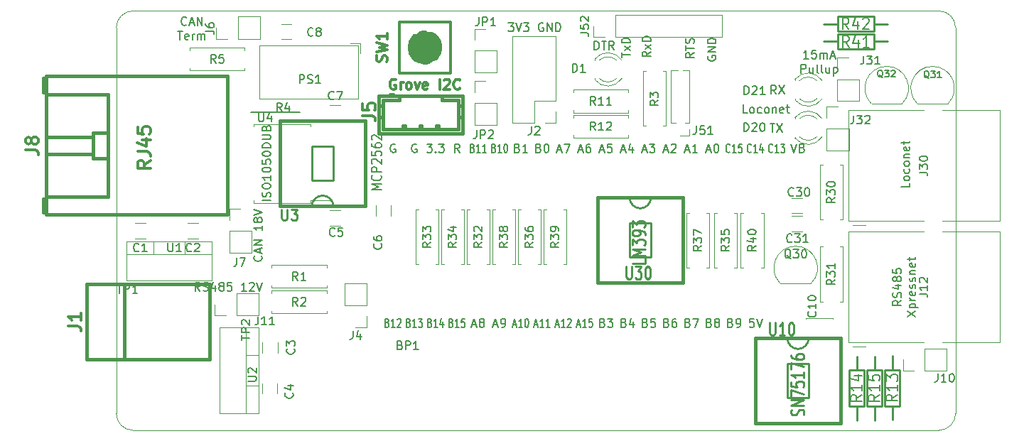
<source format=gto>
G04 #@! TF.GenerationSoftware,KiCad,Pcbnew,5.1.9-73d0e3b20d~88~ubuntu20.04.1*
G04 #@! TF.CreationDate,2021-01-08T20:19:29+01:00*
G04 #@! TF.ProjectId,c6021light,63363032-316c-4696-9768-742e6b696361,rev?*
G04 #@! TF.SameCoordinates,Original*
G04 #@! TF.FileFunction,Legend,Top*
G04 #@! TF.FilePolarity,Positive*
%FSLAX46Y46*%
G04 Gerber Fmt 4.6, Leading zero omitted, Abs format (unit mm)*
G04 Created by KiCad (PCBNEW 5.1.9-73d0e3b20d~88~ubuntu20.04.1) date 2021-01-08 20:19:29*
%MOMM*%
%LPD*%
G01*
G04 APERTURE LIST*
%ADD10C,0.200000*%
G04 #@! TA.AperFunction,Profile*
%ADD11C,0.050000*%
G04 #@! TD*
%ADD12C,0.120000*%
%ADD13C,0.254000*%
%ADD14C,0.381000*%
%ADD15C,2.540000*%
%ADD16C,0.304800*%
%ADD17C,0.100000*%
%ADD18C,0.150000*%
%ADD19C,0.203200*%
%ADD20C,0.285750*%
%ADD21C,0.287020*%
%ADD22C,0.317500*%
%ADD23C,0.300000*%
G04 APERTURE END LIST*
D10*
X168828980Y-55005219D02*
X168352790Y-55338552D01*
X168828980Y-55576647D02*
X167828980Y-55576647D01*
X167828980Y-55195695D01*
X167876600Y-55100457D01*
X167924219Y-55052838D01*
X168019457Y-55005219D01*
X168162314Y-55005219D01*
X168257552Y-55052838D01*
X168305171Y-55100457D01*
X168352790Y-55195695D01*
X168352790Y-55576647D01*
X167828980Y-54719504D02*
X167828980Y-54148076D01*
X168828980Y-54433790D02*
X167828980Y-54433790D01*
X168781361Y-53862361D02*
X168828980Y-53719504D01*
X168828980Y-53481409D01*
X168781361Y-53386171D01*
X168733742Y-53338552D01*
X168638504Y-53290933D01*
X168543266Y-53290933D01*
X168448028Y-53338552D01*
X168400409Y-53386171D01*
X168352790Y-53481409D01*
X168305171Y-53671885D01*
X168257552Y-53767123D01*
X168209933Y-53814742D01*
X168114695Y-53862361D01*
X168019457Y-53862361D01*
X167924219Y-53814742D01*
X167876600Y-53767123D01*
X167828980Y-53671885D01*
X167828980Y-53433790D01*
X167876600Y-53290933D01*
X163672780Y-54849638D02*
X163196590Y-55182971D01*
X163672780Y-55421066D02*
X162672780Y-55421066D01*
X162672780Y-55040114D01*
X162720400Y-54944876D01*
X162768019Y-54897257D01*
X162863257Y-54849638D01*
X163006114Y-54849638D01*
X163101352Y-54897257D01*
X163148971Y-54944876D01*
X163196590Y-55040114D01*
X163196590Y-55421066D01*
X163672780Y-54516304D02*
X163006114Y-53992495D01*
X163006114Y-54516304D02*
X163672780Y-53992495D01*
X163672780Y-53611542D02*
X162672780Y-53611542D01*
X162672780Y-53373447D01*
X162720400Y-53230590D01*
X162815638Y-53135352D01*
X162910876Y-53087733D01*
X163101352Y-53040114D01*
X163244209Y-53040114D01*
X163434685Y-53087733D01*
X163529923Y-53135352D01*
X163625161Y-53230590D01*
X163672780Y-53373447D01*
X163672780Y-53611542D01*
X160208980Y-55521076D02*
X160208980Y-54949647D01*
X161208980Y-55235361D02*
X160208980Y-55235361D01*
X161208980Y-54711552D02*
X160542314Y-54187742D01*
X160542314Y-54711552D02*
X161208980Y-54187742D01*
X161208980Y-53806790D02*
X160208980Y-53806790D01*
X160208980Y-53568695D01*
X160256600Y-53425838D01*
X160351838Y-53330600D01*
X160447076Y-53282980D01*
X160637552Y-53235361D01*
X160780409Y-53235361D01*
X160970885Y-53282980D01*
X161066123Y-53330600D01*
X161161361Y-53425838D01*
X161208980Y-53568695D01*
X161208980Y-53806790D01*
X178623933Y-59888380D02*
X178290600Y-59412190D01*
X178052504Y-59888380D02*
X178052504Y-58888380D01*
X178433457Y-58888380D01*
X178528695Y-58936000D01*
X178576314Y-58983619D01*
X178623933Y-59078857D01*
X178623933Y-59221714D01*
X178576314Y-59316952D01*
X178528695Y-59364571D01*
X178433457Y-59412190D01*
X178052504Y-59412190D01*
X178957266Y-58888380D02*
X179623933Y-59888380D01*
X179623933Y-58888380D02*
X178957266Y-59888380D01*
X182457885Y-55685580D02*
X181886457Y-55685580D01*
X182172171Y-55685580D02*
X182172171Y-54685580D01*
X182076933Y-54828438D01*
X181981695Y-54923676D01*
X181886457Y-54971295D01*
X183362647Y-54685580D02*
X182886457Y-54685580D01*
X182838838Y-55161771D01*
X182886457Y-55114152D01*
X182981695Y-55066533D01*
X183219790Y-55066533D01*
X183315028Y-55114152D01*
X183362647Y-55161771D01*
X183410266Y-55257009D01*
X183410266Y-55495104D01*
X183362647Y-55590342D01*
X183315028Y-55637961D01*
X183219790Y-55685580D01*
X182981695Y-55685580D01*
X182886457Y-55637961D01*
X182838838Y-55590342D01*
X183838838Y-55685580D02*
X183838838Y-55018914D01*
X183838838Y-55114152D02*
X183886457Y-55066533D01*
X183981695Y-55018914D01*
X184124552Y-55018914D01*
X184219790Y-55066533D01*
X184267409Y-55161771D01*
X184267409Y-55685580D01*
X184267409Y-55161771D02*
X184315028Y-55066533D01*
X184410266Y-55018914D01*
X184553123Y-55018914D01*
X184648361Y-55066533D01*
X184695980Y-55161771D01*
X184695980Y-55685580D01*
X185124552Y-55399866D02*
X185600742Y-55399866D01*
X185029314Y-55685580D02*
X185362647Y-54685580D01*
X185695980Y-55685580D01*
X181600742Y-57385580D02*
X181600742Y-56385580D01*
X181981695Y-56385580D01*
X182076933Y-56433200D01*
X182124552Y-56480819D01*
X182172171Y-56576057D01*
X182172171Y-56718914D01*
X182124552Y-56814152D01*
X182076933Y-56861771D01*
X181981695Y-56909390D01*
X181600742Y-56909390D01*
X183029314Y-56718914D02*
X183029314Y-57385580D01*
X182600742Y-56718914D02*
X182600742Y-57242723D01*
X182648361Y-57337961D01*
X182743600Y-57385580D01*
X182886457Y-57385580D01*
X182981695Y-57337961D01*
X183029314Y-57290342D01*
X183648361Y-57385580D02*
X183553123Y-57337961D01*
X183505504Y-57242723D01*
X183505504Y-56385580D01*
X184172171Y-57385580D02*
X184076933Y-57337961D01*
X184029314Y-57242723D01*
X184029314Y-56385580D01*
X184981695Y-56718914D02*
X184981695Y-57385580D01*
X184553123Y-56718914D02*
X184553123Y-57242723D01*
X184600742Y-57337961D01*
X184695980Y-57385580D01*
X184838838Y-57385580D01*
X184934076Y-57337961D01*
X184981695Y-57290342D01*
X185457885Y-56718914D02*
X185457885Y-57718914D01*
X185457885Y-56766533D02*
X185553123Y-56718914D01*
X185743600Y-56718914D01*
X185838838Y-56766533D01*
X185886457Y-56814152D01*
X185934076Y-56909390D01*
X185934076Y-57195104D01*
X185886457Y-57290342D01*
X185838838Y-57337961D01*
X185743600Y-57385580D01*
X185553123Y-57385580D01*
X185457885Y-57337961D01*
X108373942Y-51627942D02*
X108326323Y-51675561D01*
X108183466Y-51723180D01*
X108088228Y-51723180D01*
X107945371Y-51675561D01*
X107850133Y-51580323D01*
X107802514Y-51485085D01*
X107754895Y-51294609D01*
X107754895Y-51151752D01*
X107802514Y-50961276D01*
X107850133Y-50866038D01*
X107945371Y-50770800D01*
X108088228Y-50723180D01*
X108183466Y-50723180D01*
X108326323Y-50770800D01*
X108373942Y-50818419D01*
X108754895Y-51437466D02*
X109231085Y-51437466D01*
X108659657Y-51723180D02*
X108992990Y-50723180D01*
X109326323Y-51723180D01*
X109659657Y-51723180D02*
X109659657Y-50723180D01*
X110231085Y-51723180D01*
X110231085Y-50723180D01*
X107326323Y-52423180D02*
X107897752Y-52423180D01*
X107612038Y-53423180D02*
X107612038Y-52423180D01*
X108612038Y-53375561D02*
X108516800Y-53423180D01*
X108326323Y-53423180D01*
X108231085Y-53375561D01*
X108183466Y-53280323D01*
X108183466Y-52899371D01*
X108231085Y-52804133D01*
X108326323Y-52756514D01*
X108516800Y-52756514D01*
X108612038Y-52804133D01*
X108659657Y-52899371D01*
X108659657Y-52994609D01*
X108183466Y-53089847D01*
X109088228Y-53423180D02*
X109088228Y-52756514D01*
X109088228Y-52946990D02*
X109135847Y-52851752D01*
X109183466Y-52804133D01*
X109278704Y-52756514D01*
X109373942Y-52756514D01*
X109707276Y-53423180D02*
X109707276Y-52756514D01*
X109707276Y-52851752D02*
X109754895Y-52804133D01*
X109850133Y-52756514D01*
X109992990Y-52756514D01*
X110088228Y-52804133D01*
X110135847Y-52899371D01*
X110135847Y-53423180D01*
X110135847Y-52899371D02*
X110183466Y-52804133D01*
X110278704Y-52756514D01*
X110421561Y-52756514D01*
X110516800Y-52804133D01*
X110564419Y-52899371D01*
X110564419Y-53423180D01*
X170492800Y-55371904D02*
X170445180Y-55467142D01*
X170445180Y-55610000D01*
X170492800Y-55752857D01*
X170588038Y-55848095D01*
X170683276Y-55895714D01*
X170873752Y-55943333D01*
X171016609Y-55943333D01*
X171207085Y-55895714D01*
X171302323Y-55848095D01*
X171397561Y-55752857D01*
X171445180Y-55610000D01*
X171445180Y-55514761D01*
X171397561Y-55371904D01*
X171349942Y-55324285D01*
X171016609Y-55324285D01*
X171016609Y-55514761D01*
X171445180Y-54895714D02*
X170445180Y-54895714D01*
X171445180Y-54324285D01*
X170445180Y-54324285D01*
X171445180Y-53848095D02*
X170445180Y-53848095D01*
X170445180Y-53610000D01*
X170492800Y-53467142D01*
X170588038Y-53371904D01*
X170683276Y-53324285D01*
X170873752Y-53276666D01*
X171016609Y-53276666D01*
X171207085Y-53324285D01*
X171302323Y-53371904D01*
X171397561Y-53467142D01*
X171445180Y-53610000D01*
X171445180Y-53848095D01*
X194508380Y-70516476D02*
X194508380Y-70992666D01*
X193508380Y-70992666D01*
X194508380Y-70040285D02*
X194460761Y-70135523D01*
X194413142Y-70183142D01*
X194317904Y-70230761D01*
X194032190Y-70230761D01*
X193936952Y-70183142D01*
X193889333Y-70135523D01*
X193841714Y-70040285D01*
X193841714Y-69897428D01*
X193889333Y-69802190D01*
X193936952Y-69754571D01*
X194032190Y-69706952D01*
X194317904Y-69706952D01*
X194413142Y-69754571D01*
X194460761Y-69802190D01*
X194508380Y-69897428D01*
X194508380Y-70040285D01*
X194460761Y-68849809D02*
X194508380Y-68945047D01*
X194508380Y-69135523D01*
X194460761Y-69230761D01*
X194413142Y-69278380D01*
X194317904Y-69326000D01*
X194032190Y-69326000D01*
X193936952Y-69278380D01*
X193889333Y-69230761D01*
X193841714Y-69135523D01*
X193841714Y-68945047D01*
X193889333Y-68849809D01*
X194508380Y-68278380D02*
X194460761Y-68373619D01*
X194413142Y-68421238D01*
X194317904Y-68468857D01*
X194032190Y-68468857D01*
X193936952Y-68421238D01*
X193889333Y-68373619D01*
X193841714Y-68278380D01*
X193841714Y-68135523D01*
X193889333Y-68040285D01*
X193936952Y-67992666D01*
X194032190Y-67945047D01*
X194317904Y-67945047D01*
X194413142Y-67992666D01*
X194460761Y-68040285D01*
X194508380Y-68135523D01*
X194508380Y-68278380D01*
X193841714Y-67516476D02*
X194508380Y-67516476D01*
X193936952Y-67516476D02*
X193889333Y-67468857D01*
X193841714Y-67373619D01*
X193841714Y-67230761D01*
X193889333Y-67135523D01*
X193984571Y-67087904D01*
X194508380Y-67087904D01*
X194460761Y-66230761D02*
X194508380Y-66326000D01*
X194508380Y-66516476D01*
X194460761Y-66611714D01*
X194365523Y-66659333D01*
X193984571Y-66659333D01*
X193889333Y-66611714D01*
X193841714Y-66516476D01*
X193841714Y-66326000D01*
X193889333Y-66230761D01*
X193984571Y-66183142D01*
X194079809Y-66183142D01*
X194175047Y-66659333D01*
X193841714Y-65897428D02*
X193841714Y-65516476D01*
X193508380Y-65754571D02*
X194365523Y-65754571D01*
X194460761Y-65706952D01*
X194508380Y-65611714D01*
X194508380Y-65516476D01*
X193531380Y-84526238D02*
X193055190Y-84859571D01*
X193531380Y-85097666D02*
X192531380Y-85097666D01*
X192531380Y-84716714D01*
X192579000Y-84621476D01*
X192626619Y-84573857D01*
X192721857Y-84526238D01*
X192864714Y-84526238D01*
X192959952Y-84573857D01*
X193007571Y-84621476D01*
X193055190Y-84716714D01*
X193055190Y-85097666D01*
X193483761Y-84145285D02*
X193531380Y-84002428D01*
X193531380Y-83764333D01*
X193483761Y-83669095D01*
X193436142Y-83621476D01*
X193340904Y-83573857D01*
X193245666Y-83573857D01*
X193150428Y-83621476D01*
X193102809Y-83669095D01*
X193055190Y-83764333D01*
X193007571Y-83954809D01*
X192959952Y-84050047D01*
X192912333Y-84097666D01*
X192817095Y-84145285D01*
X192721857Y-84145285D01*
X192626619Y-84097666D01*
X192579000Y-84050047D01*
X192531380Y-83954809D01*
X192531380Y-83716714D01*
X192579000Y-83573857D01*
X192864714Y-82716714D02*
X193531380Y-82716714D01*
X192483761Y-82954809D02*
X193198047Y-83192904D01*
X193198047Y-82573857D01*
X192959952Y-82050047D02*
X192912333Y-82145285D01*
X192864714Y-82192904D01*
X192769476Y-82240523D01*
X192721857Y-82240523D01*
X192626619Y-82192904D01*
X192579000Y-82145285D01*
X192531380Y-82050047D01*
X192531380Y-81859571D01*
X192579000Y-81764333D01*
X192626619Y-81716714D01*
X192721857Y-81669095D01*
X192769476Y-81669095D01*
X192864714Y-81716714D01*
X192912333Y-81764333D01*
X192959952Y-81859571D01*
X192959952Y-82050047D01*
X193007571Y-82145285D01*
X193055190Y-82192904D01*
X193150428Y-82240523D01*
X193340904Y-82240523D01*
X193436142Y-82192904D01*
X193483761Y-82145285D01*
X193531380Y-82050047D01*
X193531380Y-81859571D01*
X193483761Y-81764333D01*
X193436142Y-81716714D01*
X193340904Y-81669095D01*
X193150428Y-81669095D01*
X193055190Y-81716714D01*
X193007571Y-81764333D01*
X192959952Y-81859571D01*
X192531380Y-80764333D02*
X192531380Y-81240523D01*
X193007571Y-81288142D01*
X192959952Y-81240523D01*
X192912333Y-81145285D01*
X192912333Y-80907190D01*
X192959952Y-80811952D01*
X193007571Y-80764333D01*
X193102809Y-80716714D01*
X193340904Y-80716714D01*
X193436142Y-80764333D01*
X193483761Y-80811952D01*
X193531380Y-80907190D01*
X193531380Y-81145285D01*
X193483761Y-81240523D01*
X193436142Y-81288142D01*
X194231380Y-86431000D02*
X195231380Y-85764333D01*
X194231380Y-85764333D02*
X195231380Y-86431000D01*
X194564714Y-85383380D02*
X195564714Y-85383380D01*
X194612333Y-85383380D02*
X194564714Y-85288142D01*
X194564714Y-85097666D01*
X194612333Y-85002428D01*
X194659952Y-84954809D01*
X194755190Y-84907190D01*
X195040904Y-84907190D01*
X195136142Y-84954809D01*
X195183761Y-85002428D01*
X195231380Y-85097666D01*
X195231380Y-85288142D01*
X195183761Y-85383380D01*
X195231380Y-84478619D02*
X194564714Y-84478619D01*
X194755190Y-84478619D02*
X194659952Y-84431000D01*
X194612333Y-84383380D01*
X194564714Y-84288142D01*
X194564714Y-84192904D01*
X195183761Y-83478619D02*
X195231380Y-83573857D01*
X195231380Y-83764333D01*
X195183761Y-83859571D01*
X195088523Y-83907190D01*
X194707571Y-83907190D01*
X194612333Y-83859571D01*
X194564714Y-83764333D01*
X194564714Y-83573857D01*
X194612333Y-83478619D01*
X194707571Y-83431000D01*
X194802809Y-83431000D01*
X194898047Y-83907190D01*
X195183761Y-83050047D02*
X195231380Y-82954809D01*
X195231380Y-82764333D01*
X195183761Y-82669095D01*
X195088523Y-82621476D01*
X195040904Y-82621476D01*
X194945666Y-82669095D01*
X194898047Y-82764333D01*
X194898047Y-82907190D01*
X194850428Y-83002428D01*
X194755190Y-83050047D01*
X194707571Y-83050047D01*
X194612333Y-83002428D01*
X194564714Y-82907190D01*
X194564714Y-82764333D01*
X194612333Y-82669095D01*
X195183761Y-82240523D02*
X195231380Y-82145285D01*
X195231380Y-81954809D01*
X195183761Y-81859571D01*
X195088523Y-81811952D01*
X195040904Y-81811952D01*
X194945666Y-81859571D01*
X194898047Y-81954809D01*
X194898047Y-82097666D01*
X194850428Y-82192904D01*
X194755190Y-82240523D01*
X194707571Y-82240523D01*
X194612333Y-82192904D01*
X194564714Y-82097666D01*
X194564714Y-81954809D01*
X194612333Y-81859571D01*
X194564714Y-81383380D02*
X195231380Y-81383380D01*
X194659952Y-81383380D02*
X194612333Y-81335761D01*
X194564714Y-81240523D01*
X194564714Y-81097666D01*
X194612333Y-81002428D01*
X194707571Y-80954809D01*
X195231380Y-80954809D01*
X195183761Y-80097666D02*
X195231380Y-80192904D01*
X195231380Y-80383380D01*
X195183761Y-80478619D01*
X195088523Y-80526238D01*
X194707571Y-80526238D01*
X194612333Y-80478619D01*
X194564714Y-80383380D01*
X194564714Y-80192904D01*
X194612333Y-80097666D01*
X194707571Y-80050047D01*
X194802809Y-80050047D01*
X194898047Y-80526238D01*
X194564714Y-79764333D02*
X194564714Y-79383380D01*
X194231380Y-79621476D02*
X195088523Y-79621476D01*
X195183761Y-79573857D01*
X195231380Y-79478619D01*
X195231380Y-79383380D01*
X146717142Y-51434380D02*
X147336190Y-51434380D01*
X147002857Y-51815333D01*
X147145714Y-51815333D01*
X147240952Y-51862952D01*
X147288571Y-51910571D01*
X147336190Y-52005809D01*
X147336190Y-52243904D01*
X147288571Y-52339142D01*
X147240952Y-52386761D01*
X147145714Y-52434380D01*
X146860000Y-52434380D01*
X146764761Y-52386761D01*
X146717142Y-52339142D01*
X147621904Y-51434380D02*
X147955238Y-52434380D01*
X148288571Y-51434380D01*
X148526666Y-51434380D02*
X149145714Y-51434380D01*
X148812380Y-51815333D01*
X148955238Y-51815333D01*
X149050476Y-51862952D01*
X149098095Y-51910571D01*
X149145714Y-52005809D01*
X149145714Y-52243904D01*
X149098095Y-52339142D01*
X149050476Y-52386761D01*
X148955238Y-52434380D01*
X148669523Y-52434380D01*
X148574285Y-52386761D01*
X148526666Y-52339142D01*
X150860000Y-51482000D02*
X150764761Y-51434380D01*
X150621904Y-51434380D01*
X150479047Y-51482000D01*
X150383809Y-51577238D01*
X150336190Y-51672476D01*
X150288571Y-51862952D01*
X150288571Y-52005809D01*
X150336190Y-52196285D01*
X150383809Y-52291523D01*
X150479047Y-52386761D01*
X150621904Y-52434380D01*
X150717142Y-52434380D01*
X150860000Y-52386761D01*
X150907619Y-52339142D01*
X150907619Y-52005809D01*
X150717142Y-52005809D01*
X151336190Y-52434380D02*
X151336190Y-51434380D01*
X151907619Y-52434380D01*
X151907619Y-51434380D01*
X152383809Y-52434380D02*
X152383809Y-51434380D01*
X152621904Y-51434380D01*
X152764761Y-51482000D01*
X152860000Y-51577238D01*
X152907619Y-51672476D01*
X152955238Y-51862952D01*
X152955238Y-52005809D01*
X152907619Y-52196285D01*
X152860000Y-52291523D01*
X152764761Y-52386761D01*
X152621904Y-52434380D01*
X152383809Y-52434380D01*
X117298742Y-79214361D02*
X117346361Y-79261980D01*
X117393980Y-79404838D01*
X117393980Y-79500076D01*
X117346361Y-79642933D01*
X117251123Y-79738171D01*
X117155885Y-79785790D01*
X116965409Y-79833409D01*
X116822552Y-79833409D01*
X116632076Y-79785790D01*
X116536838Y-79738171D01*
X116441600Y-79642933D01*
X116393980Y-79500076D01*
X116393980Y-79404838D01*
X116441600Y-79261980D01*
X116489219Y-79214361D01*
X117108266Y-78833409D02*
X117108266Y-78357219D01*
X117393980Y-78928647D02*
X116393980Y-78595314D01*
X117393980Y-78261980D01*
X117393980Y-77928647D02*
X116393980Y-77928647D01*
X117393980Y-77357219D01*
X116393980Y-77357219D01*
X117393980Y-75595314D02*
X117393980Y-76166742D01*
X117393980Y-75881028D02*
X116393980Y-75881028D01*
X116536838Y-75976266D01*
X116632076Y-76071504D01*
X116679695Y-76166742D01*
X116822552Y-75023885D02*
X116774933Y-75119123D01*
X116727314Y-75166742D01*
X116632076Y-75214361D01*
X116584457Y-75214361D01*
X116489219Y-75166742D01*
X116441600Y-75119123D01*
X116393980Y-75023885D01*
X116393980Y-74833409D01*
X116441600Y-74738171D01*
X116489219Y-74690552D01*
X116584457Y-74642933D01*
X116632076Y-74642933D01*
X116727314Y-74690552D01*
X116774933Y-74738171D01*
X116822552Y-74833409D01*
X116822552Y-75023885D01*
X116870171Y-75119123D01*
X116917790Y-75166742D01*
X117013028Y-75214361D01*
X117203504Y-75214361D01*
X117298742Y-75166742D01*
X117346361Y-75119123D01*
X117393980Y-75023885D01*
X117393980Y-74833409D01*
X117346361Y-74738171D01*
X117298742Y-74690552D01*
X117203504Y-74642933D01*
X117013028Y-74642933D01*
X116917790Y-74690552D01*
X116870171Y-74738171D01*
X116822552Y-74833409D01*
X116393980Y-74357219D02*
X117393980Y-74023885D01*
X116393980Y-73690552D01*
X109977657Y-83383380D02*
X109644323Y-82907190D01*
X109406228Y-83383380D02*
X109406228Y-82383380D01*
X109787180Y-82383380D01*
X109882419Y-82431000D01*
X109930038Y-82478619D01*
X109977657Y-82573857D01*
X109977657Y-82716714D01*
X109930038Y-82811952D01*
X109882419Y-82859571D01*
X109787180Y-82907190D01*
X109406228Y-82907190D01*
X110358609Y-83335761D02*
X110501466Y-83383380D01*
X110739561Y-83383380D01*
X110834800Y-83335761D01*
X110882419Y-83288142D01*
X110930038Y-83192904D01*
X110930038Y-83097666D01*
X110882419Y-83002428D01*
X110834800Y-82954809D01*
X110739561Y-82907190D01*
X110549085Y-82859571D01*
X110453847Y-82811952D01*
X110406228Y-82764333D01*
X110358609Y-82669095D01*
X110358609Y-82573857D01*
X110406228Y-82478619D01*
X110453847Y-82431000D01*
X110549085Y-82383380D01*
X110787180Y-82383380D01*
X110930038Y-82431000D01*
X111787180Y-82716714D02*
X111787180Y-83383380D01*
X111549085Y-82335761D02*
X111310990Y-83050047D01*
X111930038Y-83050047D01*
X112453847Y-82811952D02*
X112358609Y-82764333D01*
X112310990Y-82716714D01*
X112263371Y-82621476D01*
X112263371Y-82573857D01*
X112310990Y-82478619D01*
X112358609Y-82431000D01*
X112453847Y-82383380D01*
X112644323Y-82383380D01*
X112739561Y-82431000D01*
X112787180Y-82478619D01*
X112834800Y-82573857D01*
X112834800Y-82621476D01*
X112787180Y-82716714D01*
X112739561Y-82764333D01*
X112644323Y-82811952D01*
X112453847Y-82811952D01*
X112358609Y-82859571D01*
X112310990Y-82907190D01*
X112263371Y-83002428D01*
X112263371Y-83192904D01*
X112310990Y-83288142D01*
X112358609Y-83335761D01*
X112453847Y-83383380D01*
X112644323Y-83383380D01*
X112739561Y-83335761D01*
X112787180Y-83288142D01*
X112834800Y-83192904D01*
X112834800Y-83002428D01*
X112787180Y-82907190D01*
X112739561Y-82859571D01*
X112644323Y-82811952D01*
X113739561Y-82383380D02*
X113263371Y-82383380D01*
X113215752Y-82859571D01*
X113263371Y-82811952D01*
X113358609Y-82764333D01*
X113596704Y-82764333D01*
X113691942Y-82811952D01*
X113739561Y-82859571D01*
X113787180Y-82954809D01*
X113787180Y-83192904D01*
X113739561Y-83288142D01*
X113691942Y-83335761D01*
X113596704Y-83383380D01*
X113358609Y-83383380D01*
X113263371Y-83335761D01*
X113215752Y-83288142D01*
X115501466Y-83383380D02*
X114930038Y-83383380D01*
X115215752Y-83383380D02*
X115215752Y-82383380D01*
X115120514Y-82526238D01*
X115025276Y-82621476D01*
X114930038Y-82669095D01*
X115882419Y-82478619D02*
X115930038Y-82431000D01*
X116025276Y-82383380D01*
X116263371Y-82383380D01*
X116358609Y-82431000D01*
X116406228Y-82478619D01*
X116453847Y-82573857D01*
X116453847Y-82669095D01*
X116406228Y-82811952D01*
X115834800Y-83383380D01*
X116453847Y-83383380D01*
X116739561Y-82383380D02*
X117072895Y-83383380D01*
X117406228Y-82383380D01*
X156972142Y-54630580D02*
X156972142Y-53630580D01*
X157210238Y-53630580D01*
X157353095Y-53678200D01*
X157448333Y-53773438D01*
X157495952Y-53868676D01*
X157543571Y-54059152D01*
X157543571Y-54202009D01*
X157495952Y-54392485D01*
X157448333Y-54487723D01*
X157353095Y-54582961D01*
X157210238Y-54630580D01*
X156972142Y-54630580D01*
X157829285Y-53630580D02*
X158400714Y-53630580D01*
X158115000Y-54630580D02*
X158115000Y-53630580D01*
X159305476Y-54630580D02*
X158972142Y-54154390D01*
X158734047Y-54630580D02*
X158734047Y-53630580D01*
X159115000Y-53630580D01*
X159210238Y-53678200D01*
X159257857Y-53725819D01*
X159305476Y-53821057D01*
X159305476Y-53963914D01*
X159257857Y-54059152D01*
X159210238Y-54106771D01*
X159115000Y-54154390D01*
X158734047Y-54154390D01*
X177901695Y-63409580D02*
X178473123Y-63409580D01*
X178187409Y-64409580D02*
X178187409Y-63409580D01*
X178711219Y-63409580D02*
X179377885Y-64409580D01*
X179377885Y-63409580D02*
X178711219Y-64409580D01*
X175203123Y-62174380D02*
X174726933Y-62174380D01*
X174726933Y-61174380D01*
X175679314Y-62174380D02*
X175584076Y-62126761D01*
X175536457Y-62079142D01*
X175488838Y-61983904D01*
X175488838Y-61698190D01*
X175536457Y-61602952D01*
X175584076Y-61555333D01*
X175679314Y-61507714D01*
X175822171Y-61507714D01*
X175917409Y-61555333D01*
X175965028Y-61602952D01*
X176012647Y-61698190D01*
X176012647Y-61983904D01*
X175965028Y-62079142D01*
X175917409Y-62126761D01*
X175822171Y-62174380D01*
X175679314Y-62174380D01*
X176869790Y-62126761D02*
X176774552Y-62174380D01*
X176584076Y-62174380D01*
X176488838Y-62126761D01*
X176441219Y-62079142D01*
X176393600Y-61983904D01*
X176393600Y-61698190D01*
X176441219Y-61602952D01*
X176488838Y-61555333D01*
X176584076Y-61507714D01*
X176774552Y-61507714D01*
X176869790Y-61555333D01*
X177441219Y-62174380D02*
X177345980Y-62126761D01*
X177298361Y-62079142D01*
X177250742Y-61983904D01*
X177250742Y-61698190D01*
X177298361Y-61602952D01*
X177345980Y-61555333D01*
X177441219Y-61507714D01*
X177584076Y-61507714D01*
X177679314Y-61555333D01*
X177726933Y-61602952D01*
X177774552Y-61698190D01*
X177774552Y-61983904D01*
X177726933Y-62079142D01*
X177679314Y-62126761D01*
X177584076Y-62174380D01*
X177441219Y-62174380D01*
X178203123Y-61507714D02*
X178203123Y-62174380D01*
X178203123Y-61602952D02*
X178250742Y-61555333D01*
X178345980Y-61507714D01*
X178488838Y-61507714D01*
X178584076Y-61555333D01*
X178631695Y-61650571D01*
X178631695Y-62174380D01*
X179488838Y-62126761D02*
X179393600Y-62174380D01*
X179203123Y-62174380D01*
X179107885Y-62126761D01*
X179060266Y-62031523D01*
X179060266Y-61650571D01*
X179107885Y-61555333D01*
X179203123Y-61507714D01*
X179393600Y-61507714D01*
X179488838Y-61555333D01*
X179536457Y-61650571D01*
X179536457Y-61745809D01*
X179060266Y-61841047D01*
X179822171Y-61507714D02*
X180203123Y-61507714D01*
X179965028Y-61174380D02*
X179965028Y-62031523D01*
X180012647Y-62126761D01*
X180107885Y-62174380D01*
X180203123Y-62174380D01*
D11*
X102000000Y-100000000D02*
G75*
G02*
X100000000Y-98000000I0J2000000D01*
G01*
X100000000Y-52000000D02*
G75*
G02*
X102000000Y-50000000I2000000J0D01*
G01*
X200000000Y-98000000D02*
G75*
G02*
X198000000Y-100000000I-2000000J0D01*
G01*
X198000000Y-50000000D02*
G75*
G02*
X200000000Y-52000000I0J-2000000D01*
G01*
X100000000Y-52000000D02*
X100000000Y-98000000D01*
X198000000Y-50000000D02*
X102000000Y-50000000D01*
X200000000Y-98000000D02*
X200000000Y-52000000D01*
X102000000Y-100000000D02*
X198000000Y-100000000D01*
D12*
X185893400Y-55540600D02*
X187223400Y-55540600D01*
X185893400Y-56870600D02*
X185893400Y-55540600D01*
X185893400Y-58140600D02*
X188553400Y-58140600D01*
X188553400Y-58140600D02*
X188553400Y-60740600D01*
X185893400Y-58140600D02*
X185893400Y-60740600D01*
X185893400Y-60740600D02*
X188553400Y-60740600D01*
X184648800Y-61408000D02*
X185978800Y-61408000D01*
X184648800Y-62738000D02*
X184648800Y-61408000D01*
X184648800Y-64008000D02*
X187308800Y-64008000D01*
X187308800Y-64008000D02*
X187308800Y-66608000D01*
X184648800Y-64008000D02*
X184648800Y-66608000D01*
X184648800Y-66608000D02*
X187308800Y-66608000D01*
X193742000Y-92897000D02*
X193742000Y-91567000D01*
X195072000Y-92897000D02*
X193742000Y-92897000D01*
X196342000Y-92897000D02*
X196342000Y-90237000D01*
X196342000Y-90237000D02*
X198942000Y-90237000D01*
X196342000Y-92897000D02*
X198942000Y-92897000D01*
X198942000Y-92897000D02*
X198942000Y-90237000D01*
X113478000Y-73600000D02*
X114808000Y-73600000D01*
X113478000Y-74930000D02*
X113478000Y-73600000D01*
X113478000Y-76200000D02*
X116138000Y-76200000D01*
X116138000Y-76200000D02*
X116138000Y-78800000D01*
X113478000Y-76200000D02*
X113478000Y-78800000D01*
X113478000Y-78800000D02*
X116138000Y-78800000D01*
D13*
X191236600Y-97129600D02*
X191236600Y-92811600D01*
X189458600Y-97129600D02*
X191236600Y-97129600D01*
X189458600Y-92811600D02*
X189458600Y-97129600D01*
X191236600Y-92811600D02*
X189458600Y-92811600D01*
X190347600Y-92811600D02*
X190347600Y-91160600D01*
X190347600Y-97129600D02*
X190347600Y-98780600D01*
X189128400Y-97129600D02*
X189128400Y-92811600D01*
X187350400Y-97129600D02*
X189128400Y-97129600D01*
X187350400Y-92811600D02*
X187350400Y-97129600D01*
X189128400Y-92811600D02*
X187350400Y-92811600D01*
X188239400Y-92811600D02*
X188239400Y-91160600D01*
X188239400Y-97129600D02*
X188239400Y-98780600D01*
X193370200Y-97104200D02*
X193370200Y-92786200D01*
X191592200Y-97104200D02*
X193370200Y-97104200D01*
X191592200Y-92786200D02*
X191592200Y-97104200D01*
X193370200Y-92786200D02*
X191592200Y-92786200D01*
X192481200Y-92786200D02*
X192481200Y-91135200D01*
X192481200Y-97104200D02*
X192481200Y-98755200D01*
D12*
X119645400Y-51556400D02*
X120903400Y-51556400D01*
X119645400Y-53396400D02*
X120903400Y-53396400D01*
X125462000Y-61246500D02*
X126720000Y-61246500D01*
X125462000Y-63086500D02*
X126720000Y-63086500D01*
X132746000Y-73138000D02*
X132746000Y-74396000D01*
X130906000Y-73138000D02*
X130906000Y-74396000D01*
X125462000Y-73756000D02*
X126720000Y-73756000D01*
X125462000Y-75596000D02*
X126720000Y-75596000D01*
X117367800Y-95645000D02*
X117367800Y-94387000D01*
X119207800Y-95645000D02*
X119207800Y-94387000D01*
X119233200Y-89495600D02*
X119233200Y-90753600D01*
X117393200Y-89495600D02*
X117393200Y-90753600D01*
X111750800Y-86318400D02*
X111750800Y-84988400D01*
X113080800Y-86318400D02*
X111750800Y-86318400D01*
X114350800Y-86318400D02*
X114350800Y-83658400D01*
X114350800Y-83658400D02*
X116950800Y-83658400D01*
X114350800Y-86318400D02*
X116950800Y-86318400D01*
X116950800Y-86318400D02*
X116950800Y-83658400D01*
D13*
X185940700Y-52463700D02*
X190258700Y-52463700D01*
X185940700Y-50685700D02*
X185940700Y-52463700D01*
X190258700Y-50685700D02*
X185940700Y-50685700D01*
X190258700Y-52463700D02*
X190258700Y-50685700D01*
X190258700Y-51574700D02*
X191909700Y-51574700D01*
X185940700Y-51574700D02*
X184289700Y-51574700D01*
X185953400Y-54533800D02*
X190271400Y-54533800D01*
X185953400Y-52755800D02*
X185953400Y-54533800D01*
X190271400Y-52755800D02*
X185953400Y-52755800D01*
X190271400Y-54533800D02*
X190271400Y-52755800D01*
X190271400Y-53644800D02*
X191922400Y-53644800D01*
X185953400Y-53644800D02*
X184302400Y-53644800D01*
D12*
X189995400Y-61057400D02*
X193595400Y-61057400D01*
X193633878Y-61045878D02*
G75*
G03*
X191795400Y-56607400I-1838478J1838478D01*
G01*
X189956922Y-61045878D02*
G75*
G02*
X191795400Y-56607400I1838478J1838478D01*
G01*
X195469100Y-61057400D02*
X199069100Y-61057400D01*
X199107578Y-61045878D02*
G75*
G03*
X197269100Y-56607400I-1838478J1838478D01*
G01*
X195430622Y-61045878D02*
G75*
G02*
X197269100Y-56607400I1838478J1838478D01*
G01*
X168318200Y-57090000D02*
X167515730Y-57090000D01*
X166900670Y-57090000D02*
X166098200Y-57090000D01*
X168318200Y-63375000D02*
X168318200Y-57090000D01*
X166098200Y-63375000D02*
X166098200Y-57090000D01*
X168318200Y-63375000D02*
X167771671Y-63375000D01*
X166644729Y-63375000D02*
X166098200Y-63375000D01*
X168318200Y-64135000D02*
X168318200Y-64895000D01*
X168318200Y-64895000D02*
X167208200Y-64895000D01*
X125063000Y-83031000D02*
X125063000Y-82701000D01*
X118523000Y-83031000D02*
X125063000Y-83031000D01*
X118523000Y-82701000D02*
X118523000Y-83031000D01*
X125063000Y-80291000D02*
X125063000Y-80621000D01*
X118523000Y-80291000D02*
X125063000Y-80291000D01*
X118523000Y-80621000D02*
X118523000Y-80291000D01*
X125063000Y-86079000D02*
X125063000Y-85749000D01*
X118523000Y-86079000D02*
X125063000Y-86079000D01*
X118523000Y-85749000D02*
X118523000Y-86079000D01*
X125063000Y-83339000D02*
X125063000Y-83669000D01*
X118523000Y-83339000D02*
X125063000Y-83339000D01*
X118523000Y-83669000D02*
X118523000Y-83339000D01*
X165504800Y-57156600D02*
X165174800Y-57156600D01*
X165504800Y-63696600D02*
X165504800Y-57156600D01*
X165174800Y-63696600D02*
X165504800Y-63696600D01*
X162764800Y-57156600D02*
X163094800Y-57156600D01*
X162764800Y-63696600D02*
X162764800Y-57156600D01*
X163094800Y-63696600D02*
X162764800Y-63696600D01*
X161004000Y-62126800D02*
X161004000Y-61796800D01*
X154464000Y-62126800D02*
X161004000Y-62126800D01*
X154464000Y-61796800D02*
X154464000Y-62126800D01*
X161004000Y-59386800D02*
X161004000Y-59716800D01*
X154464000Y-59386800D02*
X161004000Y-59386800D01*
X154464000Y-59716800D02*
X154464000Y-59386800D01*
X161004000Y-65149400D02*
X161004000Y-64819400D01*
X154464000Y-65149400D02*
X161004000Y-65149400D01*
X154464000Y-64819400D02*
X154464000Y-65149400D01*
X161004000Y-62409400D02*
X161004000Y-62739400D01*
X154464000Y-62409400D02*
X161004000Y-62409400D01*
X154464000Y-62739400D02*
X154464000Y-62409400D01*
X183821400Y-84651600D02*
X184151400Y-84651600D01*
X183821400Y-78111600D02*
X183821400Y-84651600D01*
X184151400Y-78111600D02*
X183821400Y-78111600D01*
X186561400Y-84651600D02*
X186231400Y-84651600D01*
X186561400Y-78111600D02*
X186561400Y-84651600D01*
X186231400Y-78111600D02*
X186561400Y-78111600D01*
X144499000Y-73692000D02*
X144169000Y-73692000D01*
X144499000Y-80232000D02*
X144499000Y-73692000D01*
X144169000Y-80232000D02*
X144499000Y-80232000D01*
X141759000Y-73692000D02*
X142089000Y-73692000D01*
X141759000Y-80232000D02*
X141759000Y-73692000D01*
X142089000Y-80232000D02*
X141759000Y-80232000D01*
X138403000Y-73692000D02*
X138073000Y-73692000D01*
X138403000Y-80232000D02*
X138403000Y-73692000D01*
X138073000Y-80232000D02*
X138403000Y-80232000D01*
X135663000Y-73692000D02*
X135993000Y-73692000D01*
X135663000Y-80232000D02*
X135663000Y-73692000D01*
X135993000Y-80232000D02*
X135663000Y-80232000D01*
X141451000Y-73692000D02*
X141121000Y-73692000D01*
X141451000Y-80232000D02*
X141451000Y-73692000D01*
X141121000Y-80232000D02*
X141451000Y-80232000D01*
X138711000Y-73692000D02*
X139041000Y-73692000D01*
X138711000Y-80232000D02*
X138711000Y-73692000D01*
X139041000Y-80232000D02*
X138711000Y-80232000D01*
X173963000Y-74073000D02*
X173633000Y-74073000D01*
X173963000Y-80613000D02*
X173963000Y-74073000D01*
X173633000Y-80613000D02*
X173963000Y-80613000D01*
X171223000Y-74073000D02*
X171553000Y-74073000D01*
X171223000Y-80613000D02*
X171223000Y-74073000D01*
X171553000Y-80613000D02*
X171223000Y-80613000D01*
X147855000Y-80232000D02*
X148185000Y-80232000D01*
X147855000Y-73692000D02*
X147855000Y-80232000D01*
X148185000Y-73692000D02*
X147855000Y-73692000D01*
X150595000Y-80232000D02*
X150265000Y-80232000D01*
X150595000Y-73692000D02*
X150595000Y-80232000D01*
X150265000Y-73692000D02*
X150595000Y-73692000D01*
X167921000Y-80613000D02*
X168251000Y-80613000D01*
X167921000Y-74073000D02*
X167921000Y-80613000D01*
X168251000Y-74073000D02*
X167921000Y-74073000D01*
X170661000Y-80613000D02*
X170331000Y-80613000D01*
X170661000Y-74073000D02*
X170661000Y-80613000D01*
X170331000Y-74073000D02*
X170661000Y-74073000D01*
X144807000Y-80232000D02*
X145137000Y-80232000D01*
X144807000Y-73692000D02*
X144807000Y-80232000D01*
X145137000Y-73692000D02*
X144807000Y-73692000D01*
X147547000Y-80232000D02*
X147217000Y-80232000D01*
X147547000Y-73692000D02*
X147547000Y-80232000D01*
X147217000Y-73692000D02*
X147547000Y-73692000D01*
X153643000Y-73692000D02*
X153313000Y-73692000D01*
X153643000Y-80232000D02*
X153643000Y-73692000D01*
X153313000Y-80232000D02*
X153643000Y-80232000D01*
X150903000Y-73692000D02*
X151233000Y-73692000D01*
X150903000Y-80232000D02*
X150903000Y-73692000D01*
X151233000Y-80232000D02*
X150903000Y-80232000D01*
X177138000Y-74073000D02*
X176808000Y-74073000D01*
X177138000Y-80613000D02*
X177138000Y-74073000D01*
X176808000Y-80613000D02*
X177138000Y-80613000D01*
X174398000Y-74073000D02*
X174728000Y-74073000D01*
X174398000Y-80613000D02*
X174398000Y-74073000D01*
X174728000Y-80613000D02*
X174398000Y-80613000D01*
X115284000Y-56793000D02*
X115284000Y-57123000D01*
X115284000Y-57123000D02*
X108744000Y-57123000D01*
X108744000Y-57123000D02*
X108744000Y-56793000D01*
X115284000Y-54713000D02*
X115284000Y-54383000D01*
X115284000Y-54383000D02*
X108744000Y-54383000D01*
X108744000Y-54383000D02*
X108744000Y-54713000D01*
X183821400Y-74898000D02*
X184151400Y-74898000D01*
X183821400Y-68358000D02*
X183821400Y-74898000D01*
X184151400Y-68358000D02*
X183821400Y-68358000D01*
X186561400Y-74898000D02*
X186231400Y-74898000D01*
X186561400Y-68358000D02*
X186561400Y-74898000D01*
X186231400Y-68358000D02*
X186561400Y-68358000D01*
D13*
X179959000Y-96139000D02*
X179959000Y-92075000D01*
X182499000Y-92075000D02*
X182499000Y-96139000D01*
D14*
X176149000Y-99187000D02*
X176149000Y-89027000D01*
X186309000Y-99187000D02*
X186309000Y-89027000D01*
D13*
X182499000Y-92075000D02*
X179959000Y-92075000D01*
X179959000Y-96139000D02*
X182499000Y-96139000D01*
D14*
X186309000Y-99187000D02*
X176149000Y-99187000D01*
X176149000Y-89027000D02*
X186309000Y-89027000D01*
D13*
X179959000Y-89027000D02*
G75*
G03*
X181229000Y-90297000I1270000J0D01*
G01*
X181229000Y-90297000D02*
G75*
G03*
X182499000Y-89027000I0J1270000D01*
G01*
D12*
X182143600Y-86702000D02*
X182143600Y-86637000D01*
X182143600Y-88877000D02*
X182143600Y-88812000D01*
X185383600Y-86702000D02*
X185383600Y-86637000D01*
X185383600Y-88877000D02*
X185383600Y-88812000D01*
X185383600Y-86637000D02*
X182143600Y-86637000D01*
X185383600Y-88877000D02*
X182143600Y-88877000D01*
X180453000Y-76307200D02*
X181711000Y-76307200D01*
X180453000Y-74467200D02*
X181711000Y-74467200D01*
X181700200Y-72282800D02*
X180442200Y-72282800D01*
X181700200Y-74122800D02*
X180442200Y-74122800D01*
D14*
X99060000Y-59944000D02*
X99060000Y-72136000D01*
X91694000Y-65024000D02*
X97282000Y-65024000D01*
X97282000Y-64516000D02*
X99060000Y-64516000D01*
X99060000Y-67564000D02*
X97282000Y-67564000D01*
X97282000Y-67056000D02*
X91694000Y-67056000D01*
X97282000Y-67564000D02*
X97282000Y-64516000D01*
X91694000Y-57785000D02*
X91694000Y-74295000D01*
X113284000Y-74295000D02*
X91694000Y-74295000D01*
X113284000Y-57785000D02*
X113284000Y-74295000D01*
X91694000Y-57785000D02*
X113284000Y-57785000D01*
X99060000Y-59944000D02*
X91694000Y-59944000D01*
X99060000Y-72136000D02*
X91694000Y-72136000D01*
X91313000Y-59690000D02*
X91694000Y-59690000D01*
X91313000Y-58039000D02*
X91313000Y-59690000D01*
X91313000Y-58039000D02*
X91694000Y-58039000D01*
X91313000Y-74041000D02*
X91694000Y-74041000D01*
X91313000Y-72390000D02*
X91313000Y-74041000D01*
X91313000Y-72390000D02*
X91694000Y-72390000D01*
D12*
X109742000Y-75280000D02*
X108484000Y-75280000D01*
X109742000Y-77120000D02*
X108484000Y-77120000D01*
X103479000Y-75280000D02*
X102221000Y-75280000D01*
X103479000Y-77120000D02*
X102221000Y-77120000D01*
X129854000Y-87690000D02*
X128524000Y-87690000D01*
X129854000Y-86360000D02*
X129854000Y-87690000D01*
X129854000Y-85090000D02*
X127194000Y-85090000D01*
X127194000Y-85090000D02*
X127194000Y-82490000D01*
X129854000Y-85090000D02*
X129854000Y-82490000D01*
X129854000Y-82490000D02*
X127194000Y-82490000D01*
D15*
X137582219Y-54356000D02*
G75*
G03*
X137582219Y-54356000I-803219J0D01*
G01*
D16*
X139827000Y-57404000D02*
X133731000Y-57404000D01*
X139827000Y-51308000D02*
X139827000Y-57404000D01*
X133731000Y-51308000D02*
X139827000Y-51308000D01*
X133731000Y-57404000D02*
X133731000Y-51308000D01*
D12*
X152396500Y-53026000D02*
X147196500Y-53026000D01*
X152396500Y-60706000D02*
X152396500Y-53026000D01*
X147196500Y-63306000D02*
X147196500Y-53026000D01*
X152396500Y-60706000D02*
X149796500Y-60706000D01*
X149796500Y-60706000D02*
X149796500Y-63306000D01*
X149796500Y-63306000D02*
X147196500Y-63306000D01*
X152396500Y-61976000D02*
X152396500Y-63306000D01*
X152396500Y-63306000D02*
X151066500Y-63306000D01*
X156835800Y-53120600D02*
X156835800Y-51790600D01*
X158165800Y-53120600D02*
X156835800Y-53120600D01*
X159435800Y-53120600D02*
X159435800Y-50460600D01*
X159435800Y-50460600D02*
X172195800Y-50460600D01*
X159435800Y-53120600D02*
X172195800Y-53120600D01*
X172195800Y-53120600D02*
X172195800Y-50460600D01*
X123181000Y-72594000D02*
X125461000Y-72594000D01*
X123181000Y-72884000D02*
X123181000Y-72594000D01*
X119761000Y-72884000D02*
X123181000Y-72884000D01*
X116341000Y-72884000D02*
X116341000Y-72594000D01*
X119761000Y-72884000D02*
X116341000Y-72884000D01*
X123181000Y-63514000D02*
X123181000Y-63804000D01*
X119761000Y-63514000D02*
X123181000Y-63514000D01*
X116341000Y-63514000D02*
X116341000Y-63804000D01*
X119761000Y-63514000D02*
X116341000Y-63514000D01*
X187238000Y-75058000D02*
X187238000Y-61858000D01*
X187238000Y-61858000D02*
X196258000Y-61858000D01*
D17*
X205118000Y-61858000D02*
X205238000Y-61858000D01*
D12*
X205238000Y-61858000D02*
X198458000Y-61858000D01*
D17*
X205228000Y-61858000D02*
X205238000Y-61858000D01*
D12*
X205238000Y-61858000D02*
X205238000Y-75058000D01*
X205238000Y-75058000D02*
X198458000Y-75058000D01*
D17*
X196188000Y-75058000D02*
X196258000Y-75058000D01*
D12*
X196258000Y-75058000D02*
X187238000Y-75058000D01*
X189238000Y-75528000D02*
X187708000Y-75528000D01*
D18*
X116079000Y-62103000D02*
X121921000Y-62103000D01*
D12*
X142688000Y-52137000D02*
X144018000Y-52137000D01*
X142688000Y-53467000D02*
X142688000Y-52137000D01*
X142688000Y-54737000D02*
X145348000Y-54737000D01*
X145348000Y-54737000D02*
X145348000Y-57337000D01*
X142688000Y-54737000D02*
X142688000Y-57337000D01*
X142688000Y-57337000D02*
X145348000Y-57337000D01*
X142688000Y-58360000D02*
X144018000Y-58360000D01*
X142688000Y-59690000D02*
X142688000Y-58360000D01*
X142688000Y-60960000D02*
X145348000Y-60960000D01*
X145348000Y-60960000D02*
X145348000Y-63560000D01*
X142688000Y-60960000D02*
X142688000Y-63560000D01*
X142688000Y-63560000D02*
X145348000Y-63560000D01*
X180875500Y-60465200D02*
X180875500Y-60621200D01*
X180875500Y-58149200D02*
X180875500Y-58305200D01*
X183476630Y-60465037D02*
G75*
G02*
X181394539Y-60465200I-1041130J1079837D01*
G01*
X183476630Y-58305363D02*
G75*
G03*
X181394539Y-58305200I-1041130J-1079837D01*
G01*
X184107835Y-60463808D02*
G75*
G02*
X180875500Y-60620716I-1672335J1078608D01*
G01*
X184107835Y-58306592D02*
G75*
G03*
X180875500Y-58149684I-1672335J-1078608D01*
G01*
X180875500Y-65011800D02*
X180875500Y-65167800D01*
X180875500Y-62695800D02*
X180875500Y-62851800D01*
X183476630Y-65011637D02*
G75*
G02*
X181394539Y-65011800I-1041130J1079837D01*
G01*
X183476630Y-62851963D02*
G75*
G03*
X181394539Y-62851800I-1041130J-1079837D01*
G01*
X184107835Y-65010408D02*
G75*
G02*
X180875500Y-65167316I-1672335J1078608D01*
G01*
X184107835Y-62853192D02*
G75*
G03*
X180875500Y-62696284I-1672335J-1078608D01*
G01*
X157012200Y-58052200D02*
X157012200Y-58208200D01*
X157012200Y-55736200D02*
X157012200Y-55892200D01*
X159613330Y-58052037D02*
G75*
G02*
X157531239Y-58052200I-1041130J1079837D01*
G01*
X159613330Y-55892363D02*
G75*
G03*
X157531239Y-55892200I-1041130J-1079837D01*
G01*
X160244535Y-58050808D02*
G75*
G02*
X157012200Y-58207716I-1672335J1078608D01*
G01*
X160244535Y-55893592D02*
G75*
G03*
X157012200Y-55736684I-1672335J-1078608D01*
G01*
D13*
X161163000Y-79375000D02*
X161163000Y-75311000D01*
X163703000Y-75311000D02*
X163703000Y-79375000D01*
D14*
X157353000Y-82423000D02*
X157353000Y-72263000D01*
X167513000Y-82423000D02*
X167513000Y-72263000D01*
D13*
X163703000Y-75311000D02*
X161163000Y-75311000D01*
X161163000Y-79375000D02*
X163703000Y-79375000D01*
D14*
X167513000Y-82423000D02*
X157353000Y-82423000D01*
X157353000Y-72263000D02*
X167513000Y-72263000D01*
D13*
X161163000Y-72263000D02*
G75*
G03*
X162433000Y-73533000I1270000J0D01*
G01*
X162433000Y-73533000D02*
G75*
G03*
X163703000Y-72263000I0J1270000D01*
G01*
X125857000Y-66167000D02*
X125857000Y-70231000D01*
X123317000Y-70231000D02*
X123317000Y-66167000D01*
D14*
X129667000Y-63119000D02*
X129667000Y-73279000D01*
X119507000Y-63119000D02*
X119507000Y-73279000D01*
D13*
X123317000Y-70231000D02*
X125857000Y-70231000D01*
X125857000Y-66167000D02*
X123317000Y-66167000D01*
D14*
X119507000Y-63119000D02*
X129667000Y-63119000D01*
X129667000Y-73279000D02*
X119507000Y-73279000D01*
D13*
X125857000Y-73279000D02*
G75*
G03*
X124587000Y-72009000I-1270000J0D01*
G01*
X124587000Y-72009000D02*
G75*
G03*
X123317000Y-73279000I0J-1270000D01*
G01*
D12*
X116960400Y-94713400D02*
X115450400Y-94713400D01*
X116960400Y-91012400D02*
X115450400Y-91012400D01*
X115450400Y-87742400D02*
X115450400Y-97982400D01*
X116960400Y-97982400D02*
X112319400Y-97982400D01*
X116960400Y-87742400D02*
X112319400Y-87742400D01*
X112319400Y-87742400D02*
X112319400Y-97982400D01*
X116960400Y-87742400D02*
X116960400Y-97982400D01*
X108150000Y-77502000D02*
X108150000Y-79012000D01*
X104449000Y-77502000D02*
X104449000Y-79012000D01*
X101179000Y-79012000D02*
X111419000Y-79012000D01*
X111419000Y-77502000D02*
X111419000Y-82143000D01*
X101179000Y-77502000D02*
X101179000Y-82143000D01*
X101179000Y-82143000D02*
X111419000Y-82143000D01*
X101179000Y-77502000D02*
X111419000Y-77502000D01*
X179149600Y-82495000D02*
X182749600Y-82495000D01*
X182788078Y-82483478D02*
G75*
G03*
X180949600Y-78045000I-1838478J1838478D01*
G01*
X179111122Y-82483478D02*
G75*
G02*
X180949600Y-78045000I1838478J1838478D01*
G01*
X129069000Y-53872000D02*
X127869000Y-53872000D01*
X129069000Y-55072000D02*
X129069000Y-53872000D01*
X117049000Y-60462000D02*
X117049000Y-54122000D01*
X128819000Y-54122000D02*
X117049000Y-54122000D01*
X128819000Y-60462000D02*
X128819000Y-54122000D01*
X128819000Y-60462000D02*
X117049000Y-60462000D01*
X187238000Y-89536000D02*
X187238000Y-76336000D01*
X187238000Y-76336000D02*
X196258000Y-76336000D01*
D17*
X205118000Y-76336000D02*
X205238000Y-76336000D01*
D12*
X205238000Y-76336000D02*
X198458000Y-76336000D01*
D17*
X205228000Y-76336000D02*
X205238000Y-76336000D01*
D12*
X205238000Y-76336000D02*
X205238000Y-89536000D01*
X205238000Y-89536000D02*
X198458000Y-89536000D01*
D17*
X196188000Y-89536000D02*
X196258000Y-89536000D01*
D12*
X196258000Y-89536000D02*
X187238000Y-89536000D01*
X189238000Y-90006000D02*
X187708000Y-90006000D01*
X111928600Y-53323800D02*
X111928600Y-51993800D01*
X113258600Y-53323800D02*
X111928600Y-53323800D01*
X114528600Y-53323800D02*
X114528600Y-50663800D01*
X114528600Y-50663800D02*
X117128600Y-50663800D01*
X114528600Y-53323800D02*
X117128600Y-53323800D01*
X117128600Y-53323800D02*
X117128600Y-50663800D01*
D14*
X132669280Y-59949080D02*
X132669280Y-60149740D01*
X132969000Y-59949080D02*
X132669280Y-59949080D01*
X132969000Y-60149740D02*
X132969000Y-59949080D01*
X141272260Y-60149740D02*
X141272260Y-64648080D01*
X131269740Y-60149740D02*
X131269740Y-64648080D01*
X138772900Y-60650120D02*
X138772900Y-60149740D01*
X140771880Y-60650120D02*
X138772900Y-60650120D01*
X140771880Y-64150240D02*
X140771880Y-60650120D01*
X131770120Y-60650120D02*
X131770120Y-64150240D01*
X133769100Y-60650120D02*
X131770120Y-60650120D01*
X133769100Y-60149740D02*
X133769100Y-60650120D01*
X131770120Y-61348620D02*
X131269740Y-61348620D01*
X131770120Y-62649100D02*
X131269740Y-62649100D01*
X140771880Y-62649100D02*
X141272260Y-62649100D01*
X141272260Y-61348620D02*
X140771880Y-61348620D01*
X138369040Y-63649860D02*
X138369040Y-64150240D01*
X138170920Y-63649860D02*
X138369040Y-63649860D01*
X138170920Y-64150240D02*
X138170920Y-63649860D01*
X134170420Y-64150240D02*
X134170420Y-63649860D01*
X134170420Y-63649860D02*
X134368540Y-63649860D01*
X134368540Y-63649860D02*
X134368540Y-64150240D01*
X131269740Y-60149740D02*
X141272260Y-60149740D01*
X140771880Y-64150240D02*
X131770120Y-64150240D01*
X131269740Y-64648080D02*
X141272260Y-64648080D01*
X136171940Y-64150240D02*
X136171940Y-63649860D01*
X136171940Y-63649860D02*
X136370060Y-63649860D01*
X136370060Y-63649860D02*
X136370060Y-64150240D01*
X111084360Y-82544920D02*
X96484440Y-82544920D01*
X111084360Y-91546680D02*
X111084360Y-82544920D01*
X96484440Y-91546680D02*
X111084360Y-91546680D01*
X96484440Y-82544920D02*
X96484440Y-91546680D01*
X100985320Y-82544920D02*
X100985320Y-91546680D01*
D18*
X189030076Y-55357780D02*
X189030076Y-56072066D01*
X188982457Y-56214923D01*
X188887219Y-56310161D01*
X188744361Y-56357780D01*
X188649123Y-56357780D01*
X189411028Y-55357780D02*
X190030076Y-55357780D01*
X189696742Y-55738733D01*
X189839600Y-55738733D01*
X189934838Y-55786352D01*
X189982457Y-55833971D01*
X190030076Y-55929209D01*
X190030076Y-56167304D01*
X189982457Y-56262542D01*
X189934838Y-56310161D01*
X189839600Y-56357780D01*
X189553885Y-56357780D01*
X189458647Y-56310161D01*
X189411028Y-56262542D01*
X190982457Y-56357780D02*
X190411028Y-56357780D01*
X190696742Y-56357780D02*
X190696742Y-55357780D01*
X190601504Y-55500638D01*
X190506266Y-55595876D01*
X190411028Y-55643495D01*
X187836276Y-62469780D02*
X187836276Y-63184066D01*
X187788657Y-63326923D01*
X187693419Y-63422161D01*
X187550561Y-63469780D01*
X187455323Y-63469780D01*
X188217228Y-62469780D02*
X188836276Y-62469780D01*
X188502942Y-62850733D01*
X188645800Y-62850733D01*
X188741038Y-62898352D01*
X188788657Y-62945971D01*
X188836276Y-63041209D01*
X188836276Y-63279304D01*
X188788657Y-63374542D01*
X188741038Y-63422161D01*
X188645800Y-63469780D01*
X188360085Y-63469780D01*
X188264847Y-63422161D01*
X188217228Y-63374542D01*
X189217228Y-62565019D02*
X189264847Y-62517400D01*
X189360085Y-62469780D01*
X189598180Y-62469780D01*
X189693419Y-62517400D01*
X189741038Y-62565019D01*
X189788657Y-62660257D01*
X189788657Y-62755495D01*
X189741038Y-62898352D01*
X189169609Y-63469780D01*
X189788657Y-63469780D01*
X197869276Y-93229180D02*
X197869276Y-93943466D01*
X197821657Y-94086323D01*
X197726419Y-94181561D01*
X197583561Y-94229180D01*
X197488323Y-94229180D01*
X198869276Y-94229180D02*
X198297847Y-94229180D01*
X198583561Y-94229180D02*
X198583561Y-93229180D01*
X198488323Y-93372038D01*
X198393085Y-93467276D01*
X198297847Y-93514895D01*
X199488323Y-93229180D02*
X199583561Y-93229180D01*
X199678800Y-93276800D01*
X199726419Y-93324419D01*
X199774038Y-93419657D01*
X199821657Y-93610133D01*
X199821657Y-93848228D01*
X199774038Y-94038704D01*
X199726419Y-94133942D01*
X199678800Y-94181561D01*
X199583561Y-94229180D01*
X199488323Y-94229180D01*
X199393085Y-94181561D01*
X199345466Y-94133942D01*
X199297847Y-94038704D01*
X199250228Y-93848228D01*
X199250228Y-93610133D01*
X199297847Y-93419657D01*
X199345466Y-93324419D01*
X199393085Y-93276800D01*
X199488323Y-93229180D01*
X114347666Y-79462380D02*
X114347666Y-80176666D01*
X114300047Y-80319523D01*
X114204809Y-80414761D01*
X114061952Y-80462380D01*
X113966714Y-80462380D01*
X114728619Y-79462380D02*
X115395285Y-79462380D01*
X114966714Y-80462380D01*
D19*
X190979576Y-95787028D02*
X190314338Y-96210361D01*
X190979576Y-96512742D02*
X189582576Y-96512742D01*
X189582576Y-96028933D01*
X189649100Y-95907980D01*
X189715623Y-95847504D01*
X189848671Y-95787028D01*
X190048242Y-95787028D01*
X190181290Y-95847504D01*
X190247814Y-95907980D01*
X190314338Y-96028933D01*
X190314338Y-96512742D01*
X190979576Y-94577504D02*
X190979576Y-95303219D01*
X190979576Y-94940361D02*
X189582576Y-94940361D01*
X189782147Y-95061314D01*
X189915195Y-95182266D01*
X189981719Y-95303219D01*
X189582576Y-93428457D02*
X189582576Y-94033219D01*
X190247814Y-94093695D01*
X190181290Y-94033219D01*
X190114766Y-93912266D01*
X190114766Y-93609885D01*
X190181290Y-93488933D01*
X190247814Y-93428457D01*
X190380861Y-93367980D01*
X190713480Y-93367980D01*
X190846528Y-93428457D01*
X190913052Y-93488933D01*
X190979576Y-93609885D01*
X190979576Y-93912266D01*
X190913052Y-94033219D01*
X190846528Y-94093695D01*
X188871376Y-95787028D02*
X188206138Y-96210361D01*
X188871376Y-96512742D02*
X187474376Y-96512742D01*
X187474376Y-96028933D01*
X187540900Y-95907980D01*
X187607423Y-95847504D01*
X187740471Y-95787028D01*
X187940042Y-95787028D01*
X188073090Y-95847504D01*
X188139614Y-95907980D01*
X188206138Y-96028933D01*
X188206138Y-96512742D01*
X188871376Y-94577504D02*
X188871376Y-95303219D01*
X188871376Y-94940361D02*
X187474376Y-94940361D01*
X187673947Y-95061314D01*
X187806995Y-95182266D01*
X187873519Y-95303219D01*
X187940042Y-93488933D02*
X188871376Y-93488933D01*
X187407852Y-93791314D02*
X188405709Y-94093695D01*
X188405709Y-93307504D01*
X193113176Y-95761628D02*
X192447938Y-96184961D01*
X193113176Y-96487342D02*
X191716176Y-96487342D01*
X191716176Y-96003533D01*
X191782700Y-95882580D01*
X191849223Y-95822104D01*
X191982271Y-95761628D01*
X192181842Y-95761628D01*
X192314890Y-95822104D01*
X192381414Y-95882580D01*
X192447938Y-96003533D01*
X192447938Y-96487342D01*
X193113176Y-94552104D02*
X193113176Y-95277819D01*
X193113176Y-94914961D02*
X191716176Y-94914961D01*
X191915747Y-95035914D01*
X192048795Y-95156866D01*
X192115319Y-95277819D01*
X191716176Y-94128771D02*
X191716176Y-93342580D01*
X192248366Y-93765914D01*
X192248366Y-93584485D01*
X192314890Y-93463533D01*
X192381414Y-93403057D01*
X192514461Y-93342580D01*
X192847080Y-93342580D01*
X192980128Y-93403057D01*
X193046652Y-93463533D01*
X193113176Y-93584485D01*
X193113176Y-93947342D01*
X193046652Y-94068295D01*
X192980128Y-94128771D01*
D18*
X123429733Y-52909742D02*
X123382114Y-52957361D01*
X123239257Y-53004980D01*
X123144019Y-53004980D01*
X123001161Y-52957361D01*
X122905923Y-52862123D01*
X122858304Y-52766885D01*
X122810685Y-52576409D01*
X122810685Y-52433552D01*
X122858304Y-52243076D01*
X122905923Y-52147838D01*
X123001161Y-52052600D01*
X123144019Y-52004980D01*
X123239257Y-52004980D01*
X123382114Y-52052600D01*
X123429733Y-52100219D01*
X124001161Y-52433552D02*
X123905923Y-52385933D01*
X123858304Y-52338314D01*
X123810685Y-52243076D01*
X123810685Y-52195457D01*
X123858304Y-52100219D01*
X123905923Y-52052600D01*
X124001161Y-52004980D01*
X124191638Y-52004980D01*
X124286876Y-52052600D01*
X124334495Y-52100219D01*
X124382114Y-52195457D01*
X124382114Y-52243076D01*
X124334495Y-52338314D01*
X124286876Y-52385933D01*
X124191638Y-52433552D01*
X124001161Y-52433552D01*
X123905923Y-52481171D01*
X123858304Y-52528790D01*
X123810685Y-52624028D01*
X123810685Y-52814504D01*
X123858304Y-52909742D01*
X123905923Y-52957361D01*
X124001161Y-53004980D01*
X124191638Y-53004980D01*
X124286876Y-52957361D01*
X124334495Y-52909742D01*
X124382114Y-52814504D01*
X124382114Y-52624028D01*
X124334495Y-52528790D01*
X124286876Y-52481171D01*
X124191638Y-52433552D01*
X125924333Y-60491642D02*
X125876714Y-60539261D01*
X125733857Y-60586880D01*
X125638619Y-60586880D01*
X125495761Y-60539261D01*
X125400523Y-60444023D01*
X125352904Y-60348785D01*
X125305285Y-60158309D01*
X125305285Y-60015452D01*
X125352904Y-59824976D01*
X125400523Y-59729738D01*
X125495761Y-59634500D01*
X125638619Y-59586880D01*
X125733857Y-59586880D01*
X125876714Y-59634500D01*
X125924333Y-59682119D01*
X126257666Y-59586880D02*
X126924333Y-59586880D01*
X126495761Y-60586880D01*
X131548142Y-77763666D02*
X131595761Y-77811285D01*
X131643380Y-77954142D01*
X131643380Y-78049380D01*
X131595761Y-78192238D01*
X131500523Y-78287476D01*
X131405285Y-78335095D01*
X131214809Y-78382714D01*
X131071952Y-78382714D01*
X130881476Y-78335095D01*
X130786238Y-78287476D01*
X130691000Y-78192238D01*
X130643380Y-78049380D01*
X130643380Y-77954142D01*
X130691000Y-77811285D01*
X130738619Y-77763666D01*
X130643380Y-76906523D02*
X130643380Y-77097000D01*
X130691000Y-77192238D01*
X130738619Y-77239857D01*
X130881476Y-77335095D01*
X131071952Y-77382714D01*
X131452904Y-77382714D01*
X131548142Y-77335095D01*
X131595761Y-77287476D01*
X131643380Y-77192238D01*
X131643380Y-77001761D01*
X131595761Y-76906523D01*
X131548142Y-76858904D01*
X131452904Y-76811285D01*
X131214809Y-76811285D01*
X131119571Y-76858904D01*
X131071952Y-76906523D01*
X131024333Y-77001761D01*
X131024333Y-77192238D01*
X131071952Y-77287476D01*
X131119571Y-77335095D01*
X131214809Y-77382714D01*
X126045933Y-76760342D02*
X125998314Y-76807961D01*
X125855457Y-76855580D01*
X125760219Y-76855580D01*
X125617361Y-76807961D01*
X125522123Y-76712723D01*
X125474504Y-76617485D01*
X125426885Y-76427009D01*
X125426885Y-76284152D01*
X125474504Y-76093676D01*
X125522123Y-75998438D01*
X125617361Y-75903200D01*
X125760219Y-75855580D01*
X125855457Y-75855580D01*
X125998314Y-75903200D01*
X126045933Y-75950819D01*
X126950695Y-75855580D02*
X126474504Y-75855580D01*
X126426885Y-76331771D01*
X126474504Y-76284152D01*
X126569742Y-76236533D01*
X126807838Y-76236533D01*
X126903076Y-76284152D01*
X126950695Y-76331771D01*
X126998314Y-76427009D01*
X126998314Y-76665104D01*
X126950695Y-76760342D01*
X126903076Y-76807961D01*
X126807838Y-76855580D01*
X126569742Y-76855580D01*
X126474504Y-76807961D01*
X126426885Y-76760342D01*
X120994442Y-95543666D02*
X121042061Y-95591285D01*
X121089680Y-95734142D01*
X121089680Y-95829380D01*
X121042061Y-95972238D01*
X120946823Y-96067476D01*
X120851585Y-96115095D01*
X120661109Y-96162714D01*
X120518252Y-96162714D01*
X120327776Y-96115095D01*
X120232538Y-96067476D01*
X120137300Y-95972238D01*
X120089680Y-95829380D01*
X120089680Y-95734142D01*
X120137300Y-95591285D01*
X120184919Y-95543666D01*
X120423014Y-94686523D02*
X121089680Y-94686523D01*
X120042061Y-94924619D02*
X120756347Y-95162714D01*
X120756347Y-94543666D01*
X121170342Y-90291266D02*
X121217961Y-90338885D01*
X121265580Y-90481742D01*
X121265580Y-90576980D01*
X121217961Y-90719838D01*
X121122723Y-90815076D01*
X121027485Y-90862695D01*
X120837009Y-90910314D01*
X120694152Y-90910314D01*
X120503676Y-90862695D01*
X120408438Y-90815076D01*
X120313200Y-90719838D01*
X120265580Y-90576980D01*
X120265580Y-90481742D01*
X120313200Y-90338885D01*
X120360819Y-90291266D01*
X120265580Y-89957933D02*
X120265580Y-89338885D01*
X120646533Y-89672219D01*
X120646533Y-89529361D01*
X120694152Y-89434123D01*
X120741771Y-89386504D01*
X120837009Y-89338885D01*
X121075104Y-89338885D01*
X121170342Y-89386504D01*
X121217961Y-89434123D01*
X121265580Y-89529361D01*
X121265580Y-89815076D01*
X121217961Y-89910314D01*
X121170342Y-89957933D01*
X116894076Y-86421980D02*
X116894076Y-87136266D01*
X116846457Y-87279123D01*
X116751219Y-87374361D01*
X116608361Y-87421980D01*
X116513123Y-87421980D01*
X117894076Y-87421980D02*
X117322647Y-87421980D01*
X117608361Y-87421980D02*
X117608361Y-86421980D01*
X117513123Y-86564838D01*
X117417885Y-86660076D01*
X117322647Y-86707695D01*
X118846457Y-87421980D02*
X118275028Y-87421980D01*
X118560742Y-87421980D02*
X118560742Y-86421980D01*
X118465504Y-86564838D01*
X118370266Y-86660076D01*
X118275028Y-86707695D01*
D19*
X187283271Y-52206676D02*
X186859938Y-51541438D01*
X186557557Y-52206676D02*
X186557557Y-50809676D01*
X187041366Y-50809676D01*
X187162319Y-50876200D01*
X187222795Y-50942723D01*
X187283271Y-51075771D01*
X187283271Y-51275342D01*
X187222795Y-51408390D01*
X187162319Y-51474914D01*
X187041366Y-51541438D01*
X186557557Y-51541438D01*
X188371842Y-51275342D02*
X188371842Y-52206676D01*
X188069461Y-50743152D02*
X187767080Y-51741009D01*
X188553271Y-51741009D01*
X188976604Y-50942723D02*
X189037080Y-50876200D01*
X189158033Y-50809676D01*
X189460414Y-50809676D01*
X189581366Y-50876200D01*
X189641842Y-50942723D01*
X189702319Y-51075771D01*
X189702319Y-51208819D01*
X189641842Y-51408390D01*
X188916128Y-52206676D01*
X189702319Y-52206676D01*
X187295971Y-54352976D02*
X186872638Y-53687738D01*
X186570257Y-54352976D02*
X186570257Y-52955976D01*
X187054066Y-52955976D01*
X187175019Y-53022500D01*
X187235495Y-53089023D01*
X187295971Y-53222071D01*
X187295971Y-53421642D01*
X187235495Y-53554690D01*
X187175019Y-53621214D01*
X187054066Y-53687738D01*
X186570257Y-53687738D01*
X188384542Y-53421642D02*
X188384542Y-54352976D01*
X188082161Y-52889452D02*
X187779780Y-53887309D01*
X188565971Y-53887309D01*
X189715019Y-54352976D02*
X188989304Y-54352976D01*
X189352161Y-54352976D02*
X189352161Y-52955976D01*
X189231209Y-53155547D01*
X189110257Y-53288595D01*
X188989304Y-53355119D01*
D18*
X191312857Y-57956395D02*
X191236666Y-57918300D01*
X191160476Y-57842109D01*
X191046190Y-57727823D01*
X190970000Y-57689728D01*
X190893809Y-57689728D01*
X190931904Y-57880204D02*
X190855714Y-57842109D01*
X190779523Y-57765919D01*
X190741428Y-57613538D01*
X190741428Y-57346871D01*
X190779523Y-57194490D01*
X190855714Y-57118300D01*
X190931904Y-57080204D01*
X191084285Y-57080204D01*
X191160476Y-57118300D01*
X191236666Y-57194490D01*
X191274761Y-57346871D01*
X191274761Y-57613538D01*
X191236666Y-57765919D01*
X191160476Y-57842109D01*
X191084285Y-57880204D01*
X190931904Y-57880204D01*
X191541428Y-57080204D02*
X192036666Y-57080204D01*
X191770000Y-57384966D01*
X191884285Y-57384966D01*
X191960476Y-57423061D01*
X191998571Y-57461157D01*
X192036666Y-57537347D01*
X192036666Y-57727823D01*
X191998571Y-57804014D01*
X191960476Y-57842109D01*
X191884285Y-57880204D01*
X191655714Y-57880204D01*
X191579523Y-57842109D01*
X191541428Y-57804014D01*
X192341428Y-57156395D02*
X192379523Y-57118300D01*
X192455714Y-57080204D01*
X192646190Y-57080204D01*
X192722380Y-57118300D01*
X192760476Y-57156395D01*
X192798571Y-57232585D01*
X192798571Y-57308776D01*
X192760476Y-57423061D01*
X192303333Y-57880204D01*
X192798571Y-57880204D01*
X196837357Y-58032595D02*
X196761166Y-57994500D01*
X196684976Y-57918309D01*
X196570690Y-57804023D01*
X196494500Y-57765928D01*
X196418309Y-57765928D01*
X196456404Y-57956404D02*
X196380214Y-57918309D01*
X196304023Y-57842119D01*
X196265928Y-57689738D01*
X196265928Y-57423071D01*
X196304023Y-57270690D01*
X196380214Y-57194500D01*
X196456404Y-57156404D01*
X196608785Y-57156404D01*
X196684976Y-57194500D01*
X196761166Y-57270690D01*
X196799261Y-57423071D01*
X196799261Y-57689738D01*
X196761166Y-57842119D01*
X196684976Y-57918309D01*
X196608785Y-57956404D01*
X196456404Y-57956404D01*
X197065928Y-57156404D02*
X197561166Y-57156404D01*
X197294500Y-57461166D01*
X197408785Y-57461166D01*
X197484976Y-57499261D01*
X197523071Y-57537357D01*
X197561166Y-57613547D01*
X197561166Y-57804023D01*
X197523071Y-57880214D01*
X197484976Y-57918309D01*
X197408785Y-57956404D01*
X197180214Y-57956404D01*
X197104023Y-57918309D01*
X197065928Y-57880214D01*
X198323071Y-57956404D02*
X197865928Y-57956404D01*
X198094500Y-57956404D02*
X198094500Y-57156404D01*
X198018309Y-57270690D01*
X197942119Y-57346880D01*
X197865928Y-57384976D01*
X169116476Y-63714380D02*
X169116476Y-64428666D01*
X169068857Y-64571523D01*
X168973619Y-64666761D01*
X168830761Y-64714380D01*
X168735523Y-64714380D01*
X170068857Y-63714380D02*
X169592666Y-63714380D01*
X169545047Y-64190571D01*
X169592666Y-64142952D01*
X169687904Y-64095333D01*
X169926000Y-64095333D01*
X170021238Y-64142952D01*
X170068857Y-64190571D01*
X170116476Y-64285809D01*
X170116476Y-64523904D01*
X170068857Y-64619142D01*
X170021238Y-64666761D01*
X169926000Y-64714380D01*
X169687904Y-64714380D01*
X169592666Y-64666761D01*
X169545047Y-64619142D01*
X171068857Y-64714380D02*
X170497428Y-64714380D01*
X170783142Y-64714380D02*
X170783142Y-63714380D01*
X170687904Y-63857238D01*
X170592666Y-63952476D01*
X170497428Y-64000095D01*
X121626333Y-82113380D02*
X121293000Y-81637190D01*
X121054904Y-82113380D02*
X121054904Y-81113380D01*
X121435857Y-81113380D01*
X121531095Y-81161000D01*
X121578714Y-81208619D01*
X121626333Y-81303857D01*
X121626333Y-81446714D01*
X121578714Y-81541952D01*
X121531095Y-81589571D01*
X121435857Y-81637190D01*
X121054904Y-81637190D01*
X122578714Y-82113380D02*
X122007285Y-82113380D01*
X122293000Y-82113380D02*
X122293000Y-81113380D01*
X122197761Y-81256238D01*
X122102523Y-81351476D01*
X122007285Y-81399095D01*
X121626333Y-85161380D02*
X121293000Y-84685190D01*
X121054904Y-85161380D02*
X121054904Y-84161380D01*
X121435857Y-84161380D01*
X121531095Y-84209000D01*
X121578714Y-84256619D01*
X121626333Y-84351857D01*
X121626333Y-84494714D01*
X121578714Y-84589952D01*
X121531095Y-84637571D01*
X121435857Y-84685190D01*
X121054904Y-84685190D01*
X122007285Y-84256619D02*
X122054904Y-84209000D01*
X122150142Y-84161380D01*
X122388238Y-84161380D01*
X122483476Y-84209000D01*
X122531095Y-84256619D01*
X122578714Y-84351857D01*
X122578714Y-84447095D01*
X122531095Y-84589952D01*
X121959666Y-85161380D01*
X122578714Y-85161380D01*
X164587180Y-60656766D02*
X164110990Y-60990100D01*
X164587180Y-61228195D02*
X163587180Y-61228195D01*
X163587180Y-60847242D01*
X163634800Y-60752004D01*
X163682419Y-60704385D01*
X163777657Y-60656766D01*
X163920514Y-60656766D01*
X164015752Y-60704385D01*
X164063371Y-60752004D01*
X164110990Y-60847242D01*
X164110990Y-61228195D01*
X163587180Y-60323433D02*
X163587180Y-59704385D01*
X163968133Y-60037719D01*
X163968133Y-59894861D01*
X164015752Y-59799623D01*
X164063371Y-59752004D01*
X164158609Y-59704385D01*
X164396704Y-59704385D01*
X164491942Y-59752004D01*
X164539561Y-59799623D01*
X164587180Y-59894861D01*
X164587180Y-60180576D01*
X164539561Y-60275814D01*
X164491942Y-60323433D01*
X157091142Y-61209180D02*
X156757809Y-60732990D01*
X156519714Y-61209180D02*
X156519714Y-60209180D01*
X156900666Y-60209180D01*
X156995904Y-60256800D01*
X157043523Y-60304419D01*
X157091142Y-60399657D01*
X157091142Y-60542514D01*
X157043523Y-60637752D01*
X156995904Y-60685371D01*
X156900666Y-60732990D01*
X156519714Y-60732990D01*
X158043523Y-61209180D02*
X157472095Y-61209180D01*
X157757809Y-61209180D02*
X157757809Y-60209180D01*
X157662571Y-60352038D01*
X157567333Y-60447276D01*
X157472095Y-60494895D01*
X158995904Y-61209180D02*
X158424476Y-61209180D01*
X158710190Y-61209180D02*
X158710190Y-60209180D01*
X158614952Y-60352038D01*
X158519714Y-60447276D01*
X158424476Y-60494895D01*
X157091142Y-64231780D02*
X156757809Y-63755590D01*
X156519714Y-64231780D02*
X156519714Y-63231780D01*
X156900666Y-63231780D01*
X156995904Y-63279400D01*
X157043523Y-63327019D01*
X157091142Y-63422257D01*
X157091142Y-63565114D01*
X157043523Y-63660352D01*
X156995904Y-63707971D01*
X156900666Y-63755590D01*
X156519714Y-63755590D01*
X158043523Y-64231780D02*
X157472095Y-64231780D01*
X157757809Y-64231780D02*
X157757809Y-63231780D01*
X157662571Y-63374638D01*
X157567333Y-63469876D01*
X157472095Y-63517495D01*
X158424476Y-63327019D02*
X158472095Y-63279400D01*
X158567333Y-63231780D01*
X158805428Y-63231780D01*
X158900666Y-63279400D01*
X158948285Y-63327019D01*
X158995904Y-63422257D01*
X158995904Y-63517495D01*
X158948285Y-63660352D01*
X158376857Y-64231780D01*
X158995904Y-64231780D01*
X185643780Y-82024457D02*
X185167590Y-82357790D01*
X185643780Y-82595885D02*
X184643780Y-82595885D01*
X184643780Y-82214933D01*
X184691400Y-82119695D01*
X184739019Y-82072076D01*
X184834257Y-82024457D01*
X184977114Y-82024457D01*
X185072352Y-82072076D01*
X185119971Y-82119695D01*
X185167590Y-82214933D01*
X185167590Y-82595885D01*
X184643780Y-81691123D02*
X184643780Y-81072076D01*
X185024733Y-81405409D01*
X185024733Y-81262552D01*
X185072352Y-81167314D01*
X185119971Y-81119695D01*
X185215209Y-81072076D01*
X185453304Y-81072076D01*
X185548542Y-81119695D01*
X185596161Y-81167314D01*
X185643780Y-81262552D01*
X185643780Y-81548266D01*
X185596161Y-81643504D01*
X185548542Y-81691123D01*
X185643780Y-80119695D02*
X185643780Y-80691123D01*
X185643780Y-80405409D02*
X184643780Y-80405409D01*
X184786638Y-80500647D01*
X184881876Y-80595885D01*
X184929495Y-80691123D01*
X143581380Y-77604857D02*
X143105190Y-77938190D01*
X143581380Y-78176285D02*
X142581380Y-78176285D01*
X142581380Y-77795333D01*
X142629000Y-77700095D01*
X142676619Y-77652476D01*
X142771857Y-77604857D01*
X142914714Y-77604857D01*
X143009952Y-77652476D01*
X143057571Y-77700095D01*
X143105190Y-77795333D01*
X143105190Y-78176285D01*
X142581380Y-77271523D02*
X142581380Y-76652476D01*
X142962333Y-76985809D01*
X142962333Y-76842952D01*
X143009952Y-76747714D01*
X143057571Y-76700095D01*
X143152809Y-76652476D01*
X143390904Y-76652476D01*
X143486142Y-76700095D01*
X143533761Y-76747714D01*
X143581380Y-76842952D01*
X143581380Y-77128666D01*
X143533761Y-77223904D01*
X143486142Y-77271523D01*
X142676619Y-76271523D02*
X142629000Y-76223904D01*
X142581380Y-76128666D01*
X142581380Y-75890571D01*
X142629000Y-75795333D01*
X142676619Y-75747714D01*
X142771857Y-75700095D01*
X142867095Y-75700095D01*
X143009952Y-75747714D01*
X143581380Y-76319142D01*
X143581380Y-75700095D01*
X137485380Y-77604857D02*
X137009190Y-77938190D01*
X137485380Y-78176285D02*
X136485380Y-78176285D01*
X136485380Y-77795333D01*
X136533000Y-77700095D01*
X136580619Y-77652476D01*
X136675857Y-77604857D01*
X136818714Y-77604857D01*
X136913952Y-77652476D01*
X136961571Y-77700095D01*
X137009190Y-77795333D01*
X137009190Y-78176285D01*
X136485380Y-77271523D02*
X136485380Y-76652476D01*
X136866333Y-76985809D01*
X136866333Y-76842952D01*
X136913952Y-76747714D01*
X136961571Y-76700095D01*
X137056809Y-76652476D01*
X137294904Y-76652476D01*
X137390142Y-76700095D01*
X137437761Y-76747714D01*
X137485380Y-76842952D01*
X137485380Y-77128666D01*
X137437761Y-77223904D01*
X137390142Y-77271523D01*
X136485380Y-76319142D02*
X136485380Y-75700095D01*
X136866333Y-76033428D01*
X136866333Y-75890571D01*
X136913952Y-75795333D01*
X136961571Y-75747714D01*
X137056809Y-75700095D01*
X137294904Y-75700095D01*
X137390142Y-75747714D01*
X137437761Y-75795333D01*
X137485380Y-75890571D01*
X137485380Y-76176285D01*
X137437761Y-76271523D01*
X137390142Y-76319142D01*
X140533380Y-77604857D02*
X140057190Y-77938190D01*
X140533380Y-78176285D02*
X139533380Y-78176285D01*
X139533380Y-77795333D01*
X139581000Y-77700095D01*
X139628619Y-77652476D01*
X139723857Y-77604857D01*
X139866714Y-77604857D01*
X139961952Y-77652476D01*
X140009571Y-77700095D01*
X140057190Y-77795333D01*
X140057190Y-78176285D01*
X139533380Y-77271523D02*
X139533380Y-76652476D01*
X139914333Y-76985809D01*
X139914333Y-76842952D01*
X139961952Y-76747714D01*
X140009571Y-76700095D01*
X140104809Y-76652476D01*
X140342904Y-76652476D01*
X140438142Y-76700095D01*
X140485761Y-76747714D01*
X140533380Y-76842952D01*
X140533380Y-77128666D01*
X140485761Y-77223904D01*
X140438142Y-77271523D01*
X139866714Y-75795333D02*
X140533380Y-75795333D01*
X139485761Y-76033428D02*
X140200047Y-76271523D01*
X140200047Y-75652476D01*
X173045380Y-77984857D02*
X172569190Y-78318190D01*
X173045380Y-78556285D02*
X172045380Y-78556285D01*
X172045380Y-78175333D01*
X172093000Y-78080095D01*
X172140619Y-78032476D01*
X172235857Y-77984857D01*
X172378714Y-77984857D01*
X172473952Y-78032476D01*
X172521571Y-78080095D01*
X172569190Y-78175333D01*
X172569190Y-78556285D01*
X172045380Y-77651523D02*
X172045380Y-77032476D01*
X172426333Y-77365809D01*
X172426333Y-77222952D01*
X172473952Y-77127714D01*
X172521571Y-77080095D01*
X172616809Y-77032476D01*
X172854904Y-77032476D01*
X172950142Y-77080095D01*
X172997761Y-77127714D01*
X173045380Y-77222952D01*
X173045380Y-77508666D01*
X172997761Y-77603904D01*
X172950142Y-77651523D01*
X172045380Y-76127714D02*
X172045380Y-76603904D01*
X172521571Y-76651523D01*
X172473952Y-76603904D01*
X172426333Y-76508666D01*
X172426333Y-76270571D01*
X172473952Y-76175333D01*
X172521571Y-76127714D01*
X172616809Y-76080095D01*
X172854904Y-76080095D01*
X172950142Y-76127714D01*
X172997761Y-76175333D01*
X173045380Y-76270571D01*
X173045380Y-76508666D01*
X172997761Y-76603904D01*
X172950142Y-76651523D01*
X149677380Y-77604857D02*
X149201190Y-77938190D01*
X149677380Y-78176285D02*
X148677380Y-78176285D01*
X148677380Y-77795333D01*
X148725000Y-77700095D01*
X148772619Y-77652476D01*
X148867857Y-77604857D01*
X149010714Y-77604857D01*
X149105952Y-77652476D01*
X149153571Y-77700095D01*
X149201190Y-77795333D01*
X149201190Y-78176285D01*
X148677380Y-77271523D02*
X148677380Y-76652476D01*
X149058333Y-76985809D01*
X149058333Y-76842952D01*
X149105952Y-76747714D01*
X149153571Y-76700095D01*
X149248809Y-76652476D01*
X149486904Y-76652476D01*
X149582142Y-76700095D01*
X149629761Y-76747714D01*
X149677380Y-76842952D01*
X149677380Y-77128666D01*
X149629761Y-77223904D01*
X149582142Y-77271523D01*
X148677380Y-75795333D02*
X148677380Y-75985809D01*
X148725000Y-76081047D01*
X148772619Y-76128666D01*
X148915476Y-76223904D01*
X149105952Y-76271523D01*
X149486904Y-76271523D01*
X149582142Y-76223904D01*
X149629761Y-76176285D01*
X149677380Y-76081047D01*
X149677380Y-75890571D01*
X149629761Y-75795333D01*
X149582142Y-75747714D01*
X149486904Y-75700095D01*
X149248809Y-75700095D01*
X149153571Y-75747714D01*
X149105952Y-75795333D01*
X149058333Y-75890571D01*
X149058333Y-76081047D01*
X149105952Y-76176285D01*
X149153571Y-76223904D01*
X149248809Y-76271523D01*
X169743380Y-77985857D02*
X169267190Y-78319190D01*
X169743380Y-78557285D02*
X168743380Y-78557285D01*
X168743380Y-78176333D01*
X168791000Y-78081095D01*
X168838619Y-78033476D01*
X168933857Y-77985857D01*
X169076714Y-77985857D01*
X169171952Y-78033476D01*
X169219571Y-78081095D01*
X169267190Y-78176333D01*
X169267190Y-78557285D01*
X168743380Y-77652523D02*
X168743380Y-77033476D01*
X169124333Y-77366809D01*
X169124333Y-77223952D01*
X169171952Y-77128714D01*
X169219571Y-77081095D01*
X169314809Y-77033476D01*
X169552904Y-77033476D01*
X169648142Y-77081095D01*
X169695761Y-77128714D01*
X169743380Y-77223952D01*
X169743380Y-77509666D01*
X169695761Y-77604904D01*
X169648142Y-77652523D01*
X168743380Y-76700142D02*
X168743380Y-76033476D01*
X169743380Y-76462047D01*
X146629380Y-77604857D02*
X146153190Y-77938190D01*
X146629380Y-78176285D02*
X145629380Y-78176285D01*
X145629380Y-77795333D01*
X145677000Y-77700095D01*
X145724619Y-77652476D01*
X145819857Y-77604857D01*
X145962714Y-77604857D01*
X146057952Y-77652476D01*
X146105571Y-77700095D01*
X146153190Y-77795333D01*
X146153190Y-78176285D01*
X145629380Y-77271523D02*
X145629380Y-76652476D01*
X146010333Y-76985809D01*
X146010333Y-76842952D01*
X146057952Y-76747714D01*
X146105571Y-76700095D01*
X146200809Y-76652476D01*
X146438904Y-76652476D01*
X146534142Y-76700095D01*
X146581761Y-76747714D01*
X146629380Y-76842952D01*
X146629380Y-77128666D01*
X146581761Y-77223904D01*
X146534142Y-77271523D01*
X146057952Y-76081047D02*
X146010333Y-76176285D01*
X145962714Y-76223904D01*
X145867476Y-76271523D01*
X145819857Y-76271523D01*
X145724619Y-76223904D01*
X145677000Y-76176285D01*
X145629380Y-76081047D01*
X145629380Y-75890571D01*
X145677000Y-75795333D01*
X145724619Y-75747714D01*
X145819857Y-75700095D01*
X145867476Y-75700095D01*
X145962714Y-75747714D01*
X146010333Y-75795333D01*
X146057952Y-75890571D01*
X146057952Y-76081047D01*
X146105571Y-76176285D01*
X146153190Y-76223904D01*
X146248428Y-76271523D01*
X146438904Y-76271523D01*
X146534142Y-76223904D01*
X146581761Y-76176285D01*
X146629380Y-76081047D01*
X146629380Y-75890571D01*
X146581761Y-75795333D01*
X146534142Y-75747714D01*
X146438904Y-75700095D01*
X146248428Y-75700095D01*
X146153190Y-75747714D01*
X146105571Y-75795333D01*
X146057952Y-75890571D01*
X152725380Y-77604857D02*
X152249190Y-77938190D01*
X152725380Y-78176285D02*
X151725380Y-78176285D01*
X151725380Y-77795333D01*
X151773000Y-77700095D01*
X151820619Y-77652476D01*
X151915857Y-77604857D01*
X152058714Y-77604857D01*
X152153952Y-77652476D01*
X152201571Y-77700095D01*
X152249190Y-77795333D01*
X152249190Y-78176285D01*
X151725380Y-77271523D02*
X151725380Y-76652476D01*
X152106333Y-76985809D01*
X152106333Y-76842952D01*
X152153952Y-76747714D01*
X152201571Y-76700095D01*
X152296809Y-76652476D01*
X152534904Y-76652476D01*
X152630142Y-76700095D01*
X152677761Y-76747714D01*
X152725380Y-76842952D01*
X152725380Y-77128666D01*
X152677761Y-77223904D01*
X152630142Y-77271523D01*
X152725380Y-76176285D02*
X152725380Y-75985809D01*
X152677761Y-75890571D01*
X152630142Y-75842952D01*
X152487285Y-75747714D01*
X152296809Y-75700095D01*
X151915857Y-75700095D01*
X151820619Y-75747714D01*
X151773000Y-75795333D01*
X151725380Y-75890571D01*
X151725380Y-76081047D01*
X151773000Y-76176285D01*
X151820619Y-76223904D01*
X151915857Y-76271523D01*
X152153952Y-76271523D01*
X152249190Y-76223904D01*
X152296809Y-76176285D01*
X152344428Y-76081047D01*
X152344428Y-75890571D01*
X152296809Y-75795333D01*
X152249190Y-75747714D01*
X152153952Y-75700095D01*
X176220380Y-77985857D02*
X175744190Y-78319190D01*
X176220380Y-78557285D02*
X175220380Y-78557285D01*
X175220380Y-78176333D01*
X175268000Y-78081095D01*
X175315619Y-78033476D01*
X175410857Y-77985857D01*
X175553714Y-77985857D01*
X175648952Y-78033476D01*
X175696571Y-78081095D01*
X175744190Y-78176333D01*
X175744190Y-78557285D01*
X175553714Y-77128714D02*
X176220380Y-77128714D01*
X175172761Y-77366809D02*
X175887047Y-77604904D01*
X175887047Y-76985857D01*
X175220380Y-76414428D02*
X175220380Y-76319190D01*
X175268000Y-76223952D01*
X175315619Y-76176333D01*
X175410857Y-76128714D01*
X175601333Y-76081095D01*
X175839428Y-76081095D01*
X176029904Y-76128714D01*
X176125142Y-76176333D01*
X176172761Y-76223952D01*
X176220380Y-76319190D01*
X176220380Y-76414428D01*
X176172761Y-76509666D01*
X176125142Y-76557285D01*
X176029904Y-76604904D01*
X175839428Y-76652523D01*
X175601333Y-76652523D01*
X175410857Y-76604904D01*
X175315619Y-76557285D01*
X175268000Y-76509666D01*
X175220380Y-76414428D01*
X111847333Y-56205380D02*
X111514000Y-55729190D01*
X111275904Y-56205380D02*
X111275904Y-55205380D01*
X111656857Y-55205380D01*
X111752095Y-55253000D01*
X111799714Y-55300619D01*
X111847333Y-55395857D01*
X111847333Y-55538714D01*
X111799714Y-55633952D01*
X111752095Y-55681571D01*
X111656857Y-55729190D01*
X111275904Y-55729190D01*
X112752095Y-55205380D02*
X112275904Y-55205380D01*
X112228285Y-55681571D01*
X112275904Y-55633952D01*
X112371142Y-55586333D01*
X112609238Y-55586333D01*
X112704476Y-55633952D01*
X112752095Y-55681571D01*
X112799714Y-55776809D01*
X112799714Y-56014904D01*
X112752095Y-56110142D01*
X112704476Y-56157761D01*
X112609238Y-56205380D01*
X112371142Y-56205380D01*
X112275904Y-56157761D01*
X112228285Y-56110142D01*
X185643780Y-72270857D02*
X185167590Y-72604190D01*
X185643780Y-72842285D02*
X184643780Y-72842285D01*
X184643780Y-72461333D01*
X184691400Y-72366095D01*
X184739019Y-72318476D01*
X184834257Y-72270857D01*
X184977114Y-72270857D01*
X185072352Y-72318476D01*
X185119971Y-72366095D01*
X185167590Y-72461333D01*
X185167590Y-72842285D01*
X184643780Y-71937523D02*
X184643780Y-71318476D01*
X185024733Y-71651809D01*
X185024733Y-71508952D01*
X185072352Y-71413714D01*
X185119971Y-71366095D01*
X185215209Y-71318476D01*
X185453304Y-71318476D01*
X185548542Y-71366095D01*
X185596161Y-71413714D01*
X185643780Y-71508952D01*
X185643780Y-71794666D01*
X185596161Y-71889904D01*
X185548542Y-71937523D01*
X184643780Y-70699428D02*
X184643780Y-70604190D01*
X184691400Y-70508952D01*
X184739019Y-70461333D01*
X184834257Y-70413714D01*
X185024733Y-70366095D01*
X185262828Y-70366095D01*
X185453304Y-70413714D01*
X185548542Y-70461333D01*
X185596161Y-70508952D01*
X185643780Y-70604190D01*
X185643780Y-70699428D01*
X185596161Y-70794666D01*
X185548542Y-70842285D01*
X185453304Y-70889904D01*
X185262828Y-70937523D01*
X185024733Y-70937523D01*
X184834257Y-70889904D01*
X184739019Y-70842285D01*
X184691400Y-70794666D01*
X184643780Y-70699428D01*
D20*
X177858057Y-87151028D02*
X177858057Y-88384742D01*
X177912485Y-88529885D01*
X177966914Y-88602457D01*
X178075771Y-88675028D01*
X178293485Y-88675028D01*
X178402342Y-88602457D01*
X178456771Y-88529885D01*
X178511200Y-88384742D01*
X178511200Y-87151028D01*
X179654200Y-88675028D02*
X179001057Y-88675028D01*
X179327628Y-88675028D02*
X179327628Y-87151028D01*
X179218771Y-87368742D01*
X179109914Y-87513885D01*
X179001057Y-87586457D01*
X180361771Y-87151028D02*
X180470628Y-87151028D01*
X180579485Y-87223600D01*
X180633914Y-87296171D01*
X180688342Y-87441314D01*
X180742771Y-87731600D01*
X180742771Y-88094457D01*
X180688342Y-88384742D01*
X180633914Y-88529885D01*
X180579485Y-88602457D01*
X180470628Y-88675028D01*
X180361771Y-88675028D01*
X180252914Y-88602457D01*
X180198485Y-88529885D01*
X180144057Y-88384742D01*
X180089628Y-88094457D01*
X180089628Y-87731600D01*
X180144057Y-87441314D01*
X180198485Y-87296171D01*
X180252914Y-87223600D01*
X180361771Y-87151028D01*
D21*
D20*
X181871257Y-98185514D02*
X181943828Y-98022228D01*
X181943828Y-97750085D01*
X181871257Y-97641228D01*
X181798685Y-97586800D01*
X181653542Y-97532371D01*
X181508400Y-97532371D01*
X181363257Y-97586800D01*
X181290685Y-97641228D01*
X181218114Y-97750085D01*
X181145542Y-97967800D01*
X181072971Y-98076657D01*
X181000400Y-98131085D01*
X180855257Y-98185514D01*
X180710114Y-98185514D01*
X180564971Y-98131085D01*
X180492400Y-98076657D01*
X180419828Y-97967800D01*
X180419828Y-97695657D01*
X180492400Y-97532371D01*
X181943828Y-97042514D02*
X180419828Y-97042514D01*
X181943828Y-96389371D01*
X180419828Y-96389371D01*
X180419828Y-95953942D02*
X180419828Y-95191942D01*
X181943828Y-95681800D01*
X180419828Y-94212228D02*
X180419828Y-94756514D01*
X181145542Y-94810942D01*
X181072971Y-94756514D01*
X181000400Y-94647657D01*
X181000400Y-94375514D01*
X181072971Y-94266657D01*
X181145542Y-94212228D01*
X181290685Y-94157800D01*
X181653542Y-94157800D01*
X181798685Y-94212228D01*
X181871257Y-94266657D01*
X181943828Y-94375514D01*
X181943828Y-94647657D01*
X181871257Y-94756514D01*
X181798685Y-94810942D01*
X181943828Y-93069228D02*
X181943828Y-93722371D01*
X181943828Y-93395800D02*
X180419828Y-93395800D01*
X180637542Y-93504657D01*
X180782685Y-93613514D01*
X180855257Y-93722371D01*
X180419828Y-92688228D02*
X180419828Y-91926228D01*
X181943828Y-92416085D01*
X180419828Y-91000942D02*
X180419828Y-91218657D01*
X180492400Y-91327514D01*
X180564971Y-91381942D01*
X180782685Y-91490800D01*
X181072971Y-91545228D01*
X181653542Y-91545228D01*
X181798685Y-91490800D01*
X181871257Y-91436371D01*
X181943828Y-91327514D01*
X181943828Y-91109800D01*
X181871257Y-91000942D01*
X181798685Y-90946514D01*
X181653542Y-90892085D01*
X181290685Y-90892085D01*
X181145542Y-90946514D01*
X181072971Y-91000942D01*
X181000400Y-91109800D01*
X181000400Y-91327514D01*
X181072971Y-91436371D01*
X181145542Y-91490800D01*
X181290685Y-91545228D01*
D21*
D18*
X183287942Y-85859857D02*
X183335561Y-85907476D01*
X183383180Y-86050333D01*
X183383180Y-86145571D01*
X183335561Y-86288428D01*
X183240323Y-86383666D01*
X183145085Y-86431285D01*
X182954609Y-86478904D01*
X182811752Y-86478904D01*
X182621276Y-86431285D01*
X182526038Y-86383666D01*
X182430800Y-86288428D01*
X182383180Y-86145571D01*
X182383180Y-86050333D01*
X182430800Y-85907476D01*
X182478419Y-85859857D01*
X183383180Y-84907476D02*
X183383180Y-85478904D01*
X183383180Y-85193190D02*
X182383180Y-85193190D01*
X182526038Y-85288428D01*
X182621276Y-85383666D01*
X182668895Y-85478904D01*
X182383180Y-84288428D02*
X182383180Y-84193190D01*
X182430800Y-84097952D01*
X182478419Y-84050333D01*
X182573657Y-84002714D01*
X182764133Y-83955095D01*
X183002228Y-83955095D01*
X183192704Y-84002714D01*
X183287942Y-84050333D01*
X183335561Y-84097952D01*
X183383180Y-84193190D01*
X183383180Y-84288428D01*
X183335561Y-84383666D01*
X183287942Y-84431285D01*
X183192704Y-84478904D01*
X183002228Y-84526523D01*
X182764133Y-84526523D01*
X182573657Y-84478904D01*
X182478419Y-84431285D01*
X182430800Y-84383666D01*
X182383180Y-84288428D01*
X180509942Y-77496942D02*
X180462323Y-77544561D01*
X180319466Y-77592180D01*
X180224228Y-77592180D01*
X180081371Y-77544561D01*
X179986133Y-77449323D01*
X179938514Y-77354085D01*
X179890895Y-77163609D01*
X179890895Y-77020752D01*
X179938514Y-76830276D01*
X179986133Y-76735038D01*
X180081371Y-76639800D01*
X180224228Y-76592180D01*
X180319466Y-76592180D01*
X180462323Y-76639800D01*
X180509942Y-76687419D01*
X180843276Y-76592180D02*
X181462323Y-76592180D01*
X181128990Y-76973133D01*
X181271847Y-76973133D01*
X181367085Y-77020752D01*
X181414704Y-77068371D01*
X181462323Y-77163609D01*
X181462323Y-77401704D01*
X181414704Y-77496942D01*
X181367085Y-77544561D01*
X181271847Y-77592180D01*
X180986133Y-77592180D01*
X180890895Y-77544561D01*
X180843276Y-77496942D01*
X182414704Y-77592180D02*
X181843276Y-77592180D01*
X182128990Y-77592180D02*
X182128990Y-76592180D01*
X182033752Y-76735038D01*
X181938514Y-76830276D01*
X181843276Y-76877895D01*
X180687742Y-71985142D02*
X180640123Y-72032761D01*
X180497266Y-72080380D01*
X180402028Y-72080380D01*
X180259171Y-72032761D01*
X180163933Y-71937523D01*
X180116314Y-71842285D01*
X180068695Y-71651809D01*
X180068695Y-71508952D01*
X180116314Y-71318476D01*
X180163933Y-71223238D01*
X180259171Y-71128000D01*
X180402028Y-71080380D01*
X180497266Y-71080380D01*
X180640123Y-71128000D01*
X180687742Y-71175619D01*
X181021076Y-71080380D02*
X181640123Y-71080380D01*
X181306790Y-71461333D01*
X181449647Y-71461333D01*
X181544885Y-71508952D01*
X181592504Y-71556571D01*
X181640123Y-71651809D01*
X181640123Y-71889904D01*
X181592504Y-71985142D01*
X181544885Y-72032761D01*
X181449647Y-72080380D01*
X181163933Y-72080380D01*
X181068695Y-72032761D01*
X181021076Y-71985142D01*
X182259171Y-71080380D02*
X182354409Y-71080380D01*
X182449647Y-71128000D01*
X182497266Y-71175619D01*
X182544885Y-71270857D01*
X182592504Y-71461333D01*
X182592504Y-71699428D01*
X182544885Y-71889904D01*
X182497266Y-71985142D01*
X182449647Y-72032761D01*
X182354409Y-72080380D01*
X182259171Y-72080380D01*
X182163933Y-72032761D01*
X182116314Y-71985142D01*
X182068695Y-71889904D01*
X182021076Y-71699428D01*
X182021076Y-71461333D01*
X182068695Y-71270857D01*
X182116314Y-71175619D01*
X182163933Y-71128000D01*
X182259171Y-71080380D01*
D16*
X89208428Y-66548000D02*
X90297000Y-66548000D01*
X90514714Y-66620571D01*
X90659857Y-66765714D01*
X90732428Y-66983428D01*
X90732428Y-67128571D01*
X89861571Y-65604571D02*
X89789000Y-65749714D01*
X89716428Y-65822285D01*
X89571285Y-65894857D01*
X89498714Y-65894857D01*
X89353571Y-65822285D01*
X89281000Y-65749714D01*
X89208428Y-65604571D01*
X89208428Y-65314285D01*
X89281000Y-65169142D01*
X89353571Y-65096571D01*
X89498714Y-65024000D01*
X89571285Y-65024000D01*
X89716428Y-65096571D01*
X89789000Y-65169142D01*
X89861571Y-65314285D01*
X89861571Y-65604571D01*
X89934142Y-65749714D01*
X90006714Y-65822285D01*
X90151857Y-65894857D01*
X90442142Y-65894857D01*
X90587285Y-65822285D01*
X90659857Y-65749714D01*
X90732428Y-65604571D01*
X90732428Y-65314285D01*
X90659857Y-65169142D01*
X90587285Y-65096571D01*
X90442142Y-65024000D01*
X90151857Y-65024000D01*
X90006714Y-65096571D01*
X89934142Y-65169142D01*
X89861571Y-65314285D01*
X104067428Y-67854285D02*
X103341714Y-68362285D01*
X104067428Y-68725142D02*
X102543428Y-68725142D01*
X102543428Y-68144571D01*
X102616000Y-67999428D01*
X102688571Y-67926857D01*
X102833714Y-67854285D01*
X103051428Y-67854285D01*
X103196571Y-67926857D01*
X103269142Y-67999428D01*
X103341714Y-68144571D01*
X103341714Y-68725142D01*
X102543428Y-66765714D02*
X103632000Y-66765714D01*
X103849714Y-66838285D01*
X103994857Y-66983428D01*
X104067428Y-67201142D01*
X104067428Y-67346285D01*
X103051428Y-65386857D02*
X104067428Y-65386857D01*
X102470857Y-65749714D02*
X103559428Y-66112571D01*
X103559428Y-65169142D01*
X102543428Y-63862857D02*
X102543428Y-64588571D01*
X103269142Y-64661142D01*
X103196571Y-64588571D01*
X103124000Y-64443428D01*
X103124000Y-64080571D01*
X103196571Y-63935428D01*
X103269142Y-63862857D01*
X103414285Y-63790285D01*
X103777142Y-63790285D01*
X103922285Y-63862857D01*
X103994857Y-63935428D01*
X104067428Y-64080571D01*
X104067428Y-64443428D01*
X103994857Y-64588571D01*
X103922285Y-64661142D01*
D18*
X108946333Y-78607142D02*
X108898714Y-78654761D01*
X108755857Y-78702380D01*
X108660619Y-78702380D01*
X108517761Y-78654761D01*
X108422523Y-78559523D01*
X108374904Y-78464285D01*
X108327285Y-78273809D01*
X108327285Y-78130952D01*
X108374904Y-77940476D01*
X108422523Y-77845238D01*
X108517761Y-77750000D01*
X108660619Y-77702380D01*
X108755857Y-77702380D01*
X108898714Y-77750000D01*
X108946333Y-77797619D01*
X109327285Y-77797619D02*
X109374904Y-77750000D01*
X109470142Y-77702380D01*
X109708238Y-77702380D01*
X109803476Y-77750000D01*
X109851095Y-77797619D01*
X109898714Y-77892857D01*
X109898714Y-77988095D01*
X109851095Y-78130952D01*
X109279666Y-78702380D01*
X109898714Y-78702380D01*
X102683333Y-78607142D02*
X102635714Y-78654761D01*
X102492857Y-78702380D01*
X102397619Y-78702380D01*
X102254761Y-78654761D01*
X102159523Y-78559523D01*
X102111904Y-78464285D01*
X102064285Y-78273809D01*
X102064285Y-78130952D01*
X102111904Y-77940476D01*
X102159523Y-77845238D01*
X102254761Y-77750000D01*
X102397619Y-77702380D01*
X102492857Y-77702380D01*
X102635714Y-77750000D01*
X102683333Y-77797619D01*
X103635714Y-78702380D02*
X103064285Y-78702380D01*
X103350000Y-78702380D02*
X103350000Y-77702380D01*
X103254761Y-77845238D01*
X103159523Y-77940476D01*
X103064285Y-77988095D01*
X133814298Y-89836951D02*
X133957155Y-89884570D01*
X134004774Y-89932189D01*
X134052393Y-90027427D01*
X134052393Y-90170284D01*
X134004774Y-90265522D01*
X133957155Y-90313141D01*
X133861917Y-90360760D01*
X133480964Y-90360760D01*
X133480964Y-89360760D01*
X133814298Y-89360760D01*
X133909536Y-89408380D01*
X133957155Y-89455999D01*
X134004774Y-89551237D01*
X134004774Y-89646475D01*
X133957155Y-89741713D01*
X133909536Y-89789332D01*
X133814298Y-89836951D01*
X133480964Y-89836951D01*
X134480964Y-90360760D02*
X134480964Y-89360760D01*
X134861917Y-89360760D01*
X134957155Y-89408380D01*
X135004774Y-89455999D01*
X135052393Y-89551237D01*
X135052393Y-89694094D01*
X135004774Y-89789332D01*
X134957155Y-89836951D01*
X134861917Y-89884570D01*
X134480964Y-89884570D01*
X136004774Y-90360760D02*
X135433345Y-90360760D01*
X135719060Y-90360760D02*
X135719060Y-89360760D01*
X135623821Y-89503618D01*
X135528583Y-89598856D01*
X135433345Y-89646475D01*
X133230904Y-65921000D02*
X133135666Y-65873380D01*
X132992809Y-65873380D01*
X132849952Y-65921000D01*
X132754714Y-66016238D01*
X132707095Y-66111476D01*
X132659476Y-66301952D01*
X132659476Y-66444809D01*
X132707095Y-66635285D01*
X132754714Y-66730523D01*
X132849952Y-66825761D01*
X132992809Y-66873380D01*
X133088047Y-66873380D01*
X133230904Y-66825761D01*
X133278523Y-66778142D01*
X133278523Y-66444809D01*
X133088047Y-66444809D01*
X137001380Y-65873380D02*
X137620428Y-65873380D01*
X137287095Y-66254333D01*
X137429952Y-66254333D01*
X137525190Y-66301952D01*
X137572809Y-66349571D01*
X137620428Y-66444809D01*
X137620428Y-66682904D01*
X137572809Y-66778142D01*
X137525190Y-66825761D01*
X137429952Y-66873380D01*
X137144238Y-66873380D01*
X137049000Y-66825761D01*
X137001380Y-66778142D01*
X138049000Y-66778142D02*
X138096619Y-66825761D01*
X138049000Y-66873380D01*
X138001380Y-66825761D01*
X138049000Y-66778142D01*
X138049000Y-66873380D01*
X138429952Y-65873380D02*
X139049000Y-65873380D01*
X138715666Y-66254333D01*
X138858523Y-66254333D01*
X138953761Y-66301952D01*
X139001380Y-66349571D01*
X139049000Y-66444809D01*
X139049000Y-66682904D01*
X139001380Y-66778142D01*
X138953761Y-66825761D01*
X138858523Y-66873380D01*
X138572809Y-66873380D01*
X138477571Y-66825761D01*
X138429952Y-66778142D01*
X175958523Y-86701380D02*
X175482333Y-86701380D01*
X175434714Y-87177571D01*
X175482333Y-87129952D01*
X175577571Y-87082333D01*
X175815666Y-87082333D01*
X175910904Y-87129952D01*
X175958523Y-87177571D01*
X176006142Y-87272809D01*
X176006142Y-87510904D01*
X175958523Y-87606142D01*
X175910904Y-87653761D01*
X175815666Y-87701380D01*
X175577571Y-87701380D01*
X175482333Y-87653761D01*
X175434714Y-87606142D01*
X176291857Y-86701380D02*
X176625190Y-87701380D01*
X176958523Y-86701380D01*
X173204238Y-87177571D02*
X173347095Y-87225190D01*
X173394714Y-87272809D01*
X173442333Y-87368047D01*
X173442333Y-87510904D01*
X173394714Y-87606142D01*
X173347095Y-87653761D01*
X173251857Y-87701380D01*
X172870904Y-87701380D01*
X172870904Y-86701380D01*
X173204238Y-86701380D01*
X173299476Y-86749000D01*
X173347095Y-86796619D01*
X173394714Y-86891857D01*
X173394714Y-86987095D01*
X173347095Y-87082333D01*
X173299476Y-87129952D01*
X173204238Y-87177571D01*
X172870904Y-87177571D01*
X173918523Y-87701380D02*
X174109000Y-87701380D01*
X174204238Y-87653761D01*
X174251857Y-87606142D01*
X174347095Y-87463285D01*
X174394714Y-87272809D01*
X174394714Y-86891857D01*
X174347095Y-86796619D01*
X174299476Y-86749000D01*
X174204238Y-86701380D01*
X174013761Y-86701380D01*
X173918523Y-86749000D01*
X173870904Y-86796619D01*
X173823285Y-86891857D01*
X173823285Y-87129952D01*
X173870904Y-87225190D01*
X173918523Y-87272809D01*
X174013761Y-87320428D01*
X174204238Y-87320428D01*
X174299476Y-87272809D01*
X174347095Y-87225190D01*
X174394714Y-87129952D01*
X170664238Y-87177571D02*
X170807095Y-87225190D01*
X170854714Y-87272809D01*
X170902333Y-87368047D01*
X170902333Y-87510904D01*
X170854714Y-87606142D01*
X170807095Y-87653761D01*
X170711857Y-87701380D01*
X170330904Y-87701380D01*
X170330904Y-86701380D01*
X170664238Y-86701380D01*
X170759476Y-86749000D01*
X170807095Y-86796619D01*
X170854714Y-86891857D01*
X170854714Y-86987095D01*
X170807095Y-87082333D01*
X170759476Y-87129952D01*
X170664238Y-87177571D01*
X170330904Y-87177571D01*
X171473761Y-87129952D02*
X171378523Y-87082333D01*
X171330904Y-87034714D01*
X171283285Y-86939476D01*
X171283285Y-86891857D01*
X171330904Y-86796619D01*
X171378523Y-86749000D01*
X171473761Y-86701380D01*
X171664238Y-86701380D01*
X171759476Y-86749000D01*
X171807095Y-86796619D01*
X171854714Y-86891857D01*
X171854714Y-86939476D01*
X171807095Y-87034714D01*
X171759476Y-87082333D01*
X171664238Y-87129952D01*
X171473761Y-87129952D01*
X171378523Y-87177571D01*
X171330904Y-87225190D01*
X171283285Y-87320428D01*
X171283285Y-87510904D01*
X171330904Y-87606142D01*
X171378523Y-87653761D01*
X171473761Y-87701380D01*
X171664238Y-87701380D01*
X171759476Y-87653761D01*
X171807095Y-87606142D01*
X171854714Y-87510904D01*
X171854714Y-87320428D01*
X171807095Y-87225190D01*
X171759476Y-87177571D01*
X171664238Y-87129952D01*
X168124238Y-87177571D02*
X168267095Y-87225190D01*
X168314714Y-87272809D01*
X168362333Y-87368047D01*
X168362333Y-87510904D01*
X168314714Y-87606142D01*
X168267095Y-87653761D01*
X168171857Y-87701380D01*
X167790904Y-87701380D01*
X167790904Y-86701380D01*
X168124238Y-86701380D01*
X168219476Y-86749000D01*
X168267095Y-86796619D01*
X168314714Y-86891857D01*
X168314714Y-86987095D01*
X168267095Y-87082333D01*
X168219476Y-87129952D01*
X168124238Y-87177571D01*
X167790904Y-87177571D01*
X168695666Y-86701380D02*
X169362333Y-86701380D01*
X168933761Y-87701380D01*
X165584238Y-87177571D02*
X165727095Y-87225190D01*
X165774714Y-87272809D01*
X165822333Y-87368047D01*
X165822333Y-87510904D01*
X165774714Y-87606142D01*
X165727095Y-87653761D01*
X165631857Y-87701380D01*
X165250904Y-87701380D01*
X165250904Y-86701380D01*
X165584238Y-86701380D01*
X165679476Y-86749000D01*
X165727095Y-86796619D01*
X165774714Y-86891857D01*
X165774714Y-86987095D01*
X165727095Y-87082333D01*
X165679476Y-87129952D01*
X165584238Y-87177571D01*
X165250904Y-87177571D01*
X166679476Y-86701380D02*
X166489000Y-86701380D01*
X166393761Y-86749000D01*
X166346142Y-86796619D01*
X166250904Y-86939476D01*
X166203285Y-87129952D01*
X166203285Y-87510904D01*
X166250904Y-87606142D01*
X166298523Y-87653761D01*
X166393761Y-87701380D01*
X166584238Y-87701380D01*
X166679476Y-87653761D01*
X166727095Y-87606142D01*
X166774714Y-87510904D01*
X166774714Y-87272809D01*
X166727095Y-87177571D01*
X166679476Y-87129952D01*
X166584238Y-87082333D01*
X166393761Y-87082333D01*
X166298523Y-87129952D01*
X166250904Y-87177571D01*
X166203285Y-87272809D01*
X163044238Y-87177571D02*
X163187095Y-87225190D01*
X163234714Y-87272809D01*
X163282333Y-87368047D01*
X163282333Y-87510904D01*
X163234714Y-87606142D01*
X163187095Y-87653761D01*
X163091857Y-87701380D01*
X162710904Y-87701380D01*
X162710904Y-86701380D01*
X163044238Y-86701380D01*
X163139476Y-86749000D01*
X163187095Y-86796619D01*
X163234714Y-86891857D01*
X163234714Y-86987095D01*
X163187095Y-87082333D01*
X163139476Y-87129952D01*
X163044238Y-87177571D01*
X162710904Y-87177571D01*
X164187095Y-86701380D02*
X163710904Y-86701380D01*
X163663285Y-87177571D01*
X163710904Y-87129952D01*
X163806142Y-87082333D01*
X164044238Y-87082333D01*
X164139476Y-87129952D01*
X164187095Y-87177571D01*
X164234714Y-87272809D01*
X164234714Y-87510904D01*
X164187095Y-87606142D01*
X164139476Y-87653761D01*
X164044238Y-87701380D01*
X163806142Y-87701380D01*
X163710904Y-87653761D01*
X163663285Y-87606142D01*
X160504238Y-87177571D02*
X160647095Y-87225190D01*
X160694714Y-87272809D01*
X160742333Y-87368047D01*
X160742333Y-87510904D01*
X160694714Y-87606142D01*
X160647095Y-87653761D01*
X160551857Y-87701380D01*
X160170904Y-87701380D01*
X160170904Y-86701380D01*
X160504238Y-86701380D01*
X160599476Y-86749000D01*
X160647095Y-86796619D01*
X160694714Y-86891857D01*
X160694714Y-86987095D01*
X160647095Y-87082333D01*
X160599476Y-87129952D01*
X160504238Y-87177571D01*
X160170904Y-87177571D01*
X161599476Y-87034714D02*
X161599476Y-87701380D01*
X161361380Y-86653761D02*
X161123285Y-87368047D01*
X161742333Y-87368047D01*
X157964238Y-87177571D02*
X158107095Y-87225190D01*
X158154714Y-87272809D01*
X158202333Y-87368047D01*
X158202333Y-87510904D01*
X158154714Y-87606142D01*
X158107095Y-87653761D01*
X158011857Y-87701380D01*
X157630904Y-87701380D01*
X157630904Y-86701380D01*
X157964238Y-86701380D01*
X158059476Y-86749000D01*
X158107095Y-86796619D01*
X158154714Y-86891857D01*
X158154714Y-86987095D01*
X158107095Y-87082333D01*
X158059476Y-87129952D01*
X157964238Y-87177571D01*
X157630904Y-87177571D01*
X158535666Y-86701380D02*
X159154714Y-86701380D01*
X158821380Y-87082333D01*
X158964238Y-87082333D01*
X159059476Y-87129952D01*
X159107095Y-87177571D01*
X159154714Y-87272809D01*
X159154714Y-87510904D01*
X159107095Y-87606142D01*
X159059476Y-87653761D01*
X158964238Y-87701380D01*
X158678523Y-87701380D01*
X158583285Y-87653761D01*
X158535666Y-87606142D01*
X154921857Y-87415666D02*
X155284714Y-87415666D01*
X154849285Y-87701380D02*
X155103285Y-86701380D01*
X155357285Y-87701380D01*
X156010428Y-87701380D02*
X155575000Y-87701380D01*
X155792714Y-87701380D02*
X155792714Y-86701380D01*
X155720142Y-86844238D01*
X155647571Y-86939476D01*
X155575000Y-86987095D01*
X156699857Y-86701380D02*
X156337000Y-86701380D01*
X156300714Y-87177571D01*
X156337000Y-87129952D01*
X156409571Y-87082333D01*
X156591000Y-87082333D01*
X156663571Y-87129952D01*
X156699857Y-87177571D01*
X156736142Y-87272809D01*
X156736142Y-87510904D01*
X156699857Y-87606142D01*
X156663571Y-87653761D01*
X156591000Y-87701380D01*
X156409571Y-87701380D01*
X156337000Y-87653761D01*
X156300714Y-87606142D01*
X152381857Y-87415666D02*
X152744714Y-87415666D01*
X152309285Y-87701380D02*
X152563285Y-86701380D01*
X152817285Y-87701380D01*
X153470428Y-87701380D02*
X153035000Y-87701380D01*
X153252714Y-87701380D02*
X153252714Y-86701380D01*
X153180142Y-86844238D01*
X153107571Y-86939476D01*
X153035000Y-86987095D01*
X153760714Y-86796619D02*
X153797000Y-86749000D01*
X153869571Y-86701380D01*
X154051000Y-86701380D01*
X154123571Y-86749000D01*
X154159857Y-86796619D01*
X154196142Y-86891857D01*
X154196142Y-86987095D01*
X154159857Y-87129952D01*
X153724428Y-87701380D01*
X154196142Y-87701380D01*
X149841857Y-87415666D02*
X150204714Y-87415666D01*
X149769285Y-87701380D02*
X150023285Y-86701380D01*
X150277285Y-87701380D01*
X150930428Y-87701380D02*
X150495000Y-87701380D01*
X150712714Y-87701380D02*
X150712714Y-86701380D01*
X150640142Y-86844238D01*
X150567571Y-86939476D01*
X150495000Y-86987095D01*
X151656142Y-87701380D02*
X151220714Y-87701380D01*
X151438428Y-87701380D02*
X151438428Y-86701380D01*
X151365857Y-86844238D01*
X151293285Y-86939476D01*
X151220714Y-86987095D01*
X147301857Y-87415666D02*
X147664714Y-87415666D01*
X147229285Y-87701380D02*
X147483285Y-86701380D01*
X147737285Y-87701380D01*
X148390428Y-87701380D02*
X147955000Y-87701380D01*
X148172714Y-87701380D02*
X148172714Y-86701380D01*
X148100142Y-86844238D01*
X148027571Y-86939476D01*
X147955000Y-86987095D01*
X148862142Y-86701380D02*
X148934714Y-86701380D01*
X149007285Y-86749000D01*
X149043571Y-86796619D01*
X149079857Y-86891857D01*
X149116142Y-87082333D01*
X149116142Y-87320428D01*
X149079857Y-87510904D01*
X149043571Y-87606142D01*
X149007285Y-87653761D01*
X148934714Y-87701380D01*
X148862142Y-87701380D01*
X148789571Y-87653761D01*
X148753285Y-87606142D01*
X148717000Y-87510904D01*
X148680714Y-87320428D01*
X148680714Y-87082333D01*
X148717000Y-86891857D01*
X148753285Y-86796619D01*
X148789571Y-86749000D01*
X148862142Y-86701380D01*
X144954714Y-87415666D02*
X145430904Y-87415666D01*
X144859476Y-87701380D02*
X145192809Y-86701380D01*
X145526142Y-87701380D01*
X145907095Y-87701380D02*
X146097571Y-87701380D01*
X146192809Y-87653761D01*
X146240428Y-87606142D01*
X146335666Y-87463285D01*
X146383285Y-87272809D01*
X146383285Y-86891857D01*
X146335666Y-86796619D01*
X146288047Y-86749000D01*
X146192809Y-86701380D01*
X146002333Y-86701380D01*
X145907095Y-86749000D01*
X145859476Y-86796619D01*
X145811857Y-86891857D01*
X145811857Y-87129952D01*
X145859476Y-87225190D01*
X145907095Y-87272809D01*
X146002333Y-87320428D01*
X146192809Y-87320428D01*
X146288047Y-87272809D01*
X146335666Y-87225190D01*
X146383285Y-87129952D01*
X142414714Y-87415666D02*
X142890904Y-87415666D01*
X142319476Y-87701380D02*
X142652809Y-86701380D01*
X142986142Y-87701380D01*
X143462333Y-87129952D02*
X143367095Y-87082333D01*
X143319476Y-87034714D01*
X143271857Y-86939476D01*
X143271857Y-86891857D01*
X143319476Y-86796619D01*
X143367095Y-86749000D01*
X143462333Y-86701380D01*
X143652809Y-86701380D01*
X143748047Y-86749000D01*
X143795666Y-86796619D01*
X143843285Y-86891857D01*
X143843285Y-86939476D01*
X143795666Y-87034714D01*
X143748047Y-87082333D01*
X143652809Y-87129952D01*
X143462333Y-87129952D01*
X143367095Y-87177571D01*
X143319476Y-87225190D01*
X143271857Y-87320428D01*
X143271857Y-87510904D01*
X143319476Y-87606142D01*
X143367095Y-87653761D01*
X143462333Y-87701380D01*
X143652809Y-87701380D01*
X143748047Y-87653761D01*
X143795666Y-87606142D01*
X143843285Y-87510904D01*
X143843285Y-87320428D01*
X143795666Y-87225190D01*
X143748047Y-87177571D01*
X143652809Y-87129952D01*
X139917714Y-87177571D02*
X140026571Y-87225190D01*
X140062857Y-87272809D01*
X140099142Y-87368047D01*
X140099142Y-87510904D01*
X140062857Y-87606142D01*
X140026571Y-87653761D01*
X139954000Y-87701380D01*
X139663714Y-87701380D01*
X139663714Y-86701380D01*
X139917714Y-86701380D01*
X139990285Y-86749000D01*
X140026571Y-86796619D01*
X140062857Y-86891857D01*
X140062857Y-86987095D01*
X140026571Y-87082333D01*
X139990285Y-87129952D01*
X139917714Y-87177571D01*
X139663714Y-87177571D01*
X140824857Y-87701380D02*
X140389428Y-87701380D01*
X140607142Y-87701380D02*
X140607142Y-86701380D01*
X140534571Y-86844238D01*
X140462000Y-86939476D01*
X140389428Y-86987095D01*
X141514285Y-86701380D02*
X141151428Y-86701380D01*
X141115142Y-87177571D01*
X141151428Y-87129952D01*
X141224000Y-87082333D01*
X141405428Y-87082333D01*
X141478000Y-87129952D01*
X141514285Y-87177571D01*
X141550571Y-87272809D01*
X141550571Y-87510904D01*
X141514285Y-87606142D01*
X141478000Y-87653761D01*
X141405428Y-87701380D01*
X141224000Y-87701380D01*
X141151428Y-87653761D01*
X141115142Y-87606142D01*
X137377714Y-87177571D02*
X137486571Y-87225190D01*
X137522857Y-87272809D01*
X137559142Y-87368047D01*
X137559142Y-87510904D01*
X137522857Y-87606142D01*
X137486571Y-87653761D01*
X137414000Y-87701380D01*
X137123714Y-87701380D01*
X137123714Y-86701380D01*
X137377714Y-86701380D01*
X137450285Y-86749000D01*
X137486571Y-86796619D01*
X137522857Y-86891857D01*
X137522857Y-86987095D01*
X137486571Y-87082333D01*
X137450285Y-87129952D01*
X137377714Y-87177571D01*
X137123714Y-87177571D01*
X138284857Y-87701380D02*
X137849428Y-87701380D01*
X138067142Y-87701380D02*
X138067142Y-86701380D01*
X137994571Y-86844238D01*
X137922000Y-86939476D01*
X137849428Y-86987095D01*
X138938000Y-87034714D02*
X138938000Y-87701380D01*
X138756571Y-86653761D02*
X138575142Y-87368047D01*
X139046857Y-87368047D01*
X134837714Y-87177571D02*
X134946571Y-87225190D01*
X134982857Y-87272809D01*
X135019142Y-87368047D01*
X135019142Y-87510904D01*
X134982857Y-87606142D01*
X134946571Y-87653761D01*
X134874000Y-87701380D01*
X134583714Y-87701380D01*
X134583714Y-86701380D01*
X134837714Y-86701380D01*
X134910285Y-86749000D01*
X134946571Y-86796619D01*
X134982857Y-86891857D01*
X134982857Y-86987095D01*
X134946571Y-87082333D01*
X134910285Y-87129952D01*
X134837714Y-87177571D01*
X134583714Y-87177571D01*
X135744857Y-87701380D02*
X135309428Y-87701380D01*
X135527142Y-87701380D02*
X135527142Y-86701380D01*
X135454571Y-86844238D01*
X135382000Y-86939476D01*
X135309428Y-86987095D01*
X135998857Y-86701380D02*
X136470571Y-86701380D01*
X136216571Y-87082333D01*
X136325428Y-87082333D01*
X136398000Y-87129952D01*
X136434285Y-87177571D01*
X136470571Y-87272809D01*
X136470571Y-87510904D01*
X136434285Y-87606142D01*
X136398000Y-87653761D01*
X136325428Y-87701380D01*
X136107714Y-87701380D01*
X136035142Y-87653761D01*
X135998857Y-87606142D01*
X132297714Y-87177571D02*
X132406571Y-87225190D01*
X132442857Y-87272809D01*
X132479142Y-87368047D01*
X132479142Y-87510904D01*
X132442857Y-87606142D01*
X132406571Y-87653761D01*
X132334000Y-87701380D01*
X132043714Y-87701380D01*
X132043714Y-86701380D01*
X132297714Y-86701380D01*
X132370285Y-86749000D01*
X132406571Y-86796619D01*
X132442857Y-86891857D01*
X132442857Y-86987095D01*
X132406571Y-87082333D01*
X132370285Y-87129952D01*
X132297714Y-87177571D01*
X132043714Y-87177571D01*
X133204857Y-87701380D02*
X132769428Y-87701380D01*
X132987142Y-87701380D02*
X132987142Y-86701380D01*
X132914571Y-86844238D01*
X132842000Y-86939476D01*
X132769428Y-86987095D01*
X133495142Y-86796619D02*
X133531428Y-86749000D01*
X133604000Y-86701380D01*
X133785428Y-86701380D01*
X133858000Y-86749000D01*
X133894285Y-86796619D01*
X133930571Y-86891857D01*
X133930571Y-86987095D01*
X133894285Y-87129952D01*
X133458857Y-87701380D01*
X133930571Y-87701380D01*
X180395666Y-65873380D02*
X180729000Y-66873380D01*
X181062333Y-65873380D01*
X181729000Y-66349571D02*
X181871857Y-66397190D01*
X181919476Y-66444809D01*
X181967095Y-66540047D01*
X181967095Y-66682904D01*
X181919476Y-66778142D01*
X181871857Y-66825761D01*
X181776619Y-66873380D01*
X181395666Y-66873380D01*
X181395666Y-65873380D01*
X181729000Y-65873380D01*
X181824238Y-65921000D01*
X181871857Y-65968619D01*
X181919476Y-66063857D01*
X181919476Y-66159095D01*
X181871857Y-66254333D01*
X181824238Y-66301952D01*
X181729000Y-66349571D01*
X181395666Y-66349571D01*
X178199142Y-66778142D02*
X178162857Y-66825761D01*
X178054000Y-66873380D01*
X177981428Y-66873380D01*
X177872571Y-66825761D01*
X177800000Y-66730523D01*
X177763714Y-66635285D01*
X177727428Y-66444809D01*
X177727428Y-66301952D01*
X177763714Y-66111476D01*
X177800000Y-66016238D01*
X177872571Y-65921000D01*
X177981428Y-65873380D01*
X178054000Y-65873380D01*
X178162857Y-65921000D01*
X178199142Y-65968619D01*
X178924857Y-66873380D02*
X178489428Y-66873380D01*
X178707142Y-66873380D02*
X178707142Y-65873380D01*
X178634571Y-66016238D01*
X178562000Y-66111476D01*
X178489428Y-66159095D01*
X179178857Y-65873380D02*
X179650571Y-65873380D01*
X179396571Y-66254333D01*
X179505428Y-66254333D01*
X179578000Y-66301952D01*
X179614285Y-66349571D01*
X179650571Y-66444809D01*
X179650571Y-66682904D01*
X179614285Y-66778142D01*
X179578000Y-66825761D01*
X179505428Y-66873380D01*
X179287714Y-66873380D01*
X179215142Y-66825761D01*
X179178857Y-66778142D01*
X175659142Y-66778142D02*
X175622857Y-66825761D01*
X175514000Y-66873380D01*
X175441428Y-66873380D01*
X175332571Y-66825761D01*
X175260000Y-66730523D01*
X175223714Y-66635285D01*
X175187428Y-66444809D01*
X175187428Y-66301952D01*
X175223714Y-66111476D01*
X175260000Y-66016238D01*
X175332571Y-65921000D01*
X175441428Y-65873380D01*
X175514000Y-65873380D01*
X175622857Y-65921000D01*
X175659142Y-65968619D01*
X176384857Y-66873380D02*
X175949428Y-66873380D01*
X176167142Y-66873380D02*
X176167142Y-65873380D01*
X176094571Y-66016238D01*
X176022000Y-66111476D01*
X175949428Y-66159095D01*
X177038000Y-66206714D02*
X177038000Y-66873380D01*
X176856571Y-65825761D02*
X176675142Y-66540047D01*
X177146857Y-66540047D01*
X173119142Y-66778142D02*
X173082857Y-66825761D01*
X172974000Y-66873380D01*
X172901428Y-66873380D01*
X172792571Y-66825761D01*
X172720000Y-66730523D01*
X172683714Y-66635285D01*
X172647428Y-66444809D01*
X172647428Y-66301952D01*
X172683714Y-66111476D01*
X172720000Y-66016238D01*
X172792571Y-65921000D01*
X172901428Y-65873380D01*
X172974000Y-65873380D01*
X173082857Y-65921000D01*
X173119142Y-65968619D01*
X173844857Y-66873380D02*
X173409428Y-66873380D01*
X173627142Y-66873380D02*
X173627142Y-65873380D01*
X173554571Y-66016238D01*
X173482000Y-66111476D01*
X173409428Y-66159095D01*
X174534285Y-65873380D02*
X174171428Y-65873380D01*
X174135142Y-66349571D01*
X174171428Y-66301952D01*
X174244000Y-66254333D01*
X174425428Y-66254333D01*
X174498000Y-66301952D01*
X174534285Y-66349571D01*
X174570571Y-66444809D01*
X174570571Y-66682904D01*
X174534285Y-66778142D01*
X174498000Y-66825761D01*
X174425428Y-66873380D01*
X174244000Y-66873380D01*
X174171428Y-66825761D01*
X174135142Y-66778142D01*
X170354714Y-66587666D02*
X170830904Y-66587666D01*
X170259476Y-66873380D02*
X170592809Y-65873380D01*
X170926142Y-66873380D01*
X171449952Y-65873380D02*
X171545190Y-65873380D01*
X171640428Y-65921000D01*
X171688047Y-65968619D01*
X171735666Y-66063857D01*
X171783285Y-66254333D01*
X171783285Y-66492428D01*
X171735666Y-66682904D01*
X171688047Y-66778142D01*
X171640428Y-66825761D01*
X171545190Y-66873380D01*
X171449952Y-66873380D01*
X171354714Y-66825761D01*
X171307095Y-66778142D01*
X171259476Y-66682904D01*
X171211857Y-66492428D01*
X171211857Y-66254333D01*
X171259476Y-66063857D01*
X171307095Y-65968619D01*
X171354714Y-65921000D01*
X171449952Y-65873380D01*
X167814714Y-66587666D02*
X168290904Y-66587666D01*
X167719476Y-66873380D02*
X168052809Y-65873380D01*
X168386142Y-66873380D01*
X169243285Y-66873380D02*
X168671857Y-66873380D01*
X168957571Y-66873380D02*
X168957571Y-65873380D01*
X168862333Y-66016238D01*
X168767095Y-66111476D01*
X168671857Y-66159095D01*
X165274714Y-66587666D02*
X165750904Y-66587666D01*
X165179476Y-66873380D02*
X165512809Y-65873380D01*
X165846142Y-66873380D01*
X166131857Y-65968619D02*
X166179476Y-65921000D01*
X166274714Y-65873380D01*
X166512809Y-65873380D01*
X166608047Y-65921000D01*
X166655666Y-65968619D01*
X166703285Y-66063857D01*
X166703285Y-66159095D01*
X166655666Y-66301952D01*
X166084238Y-66873380D01*
X166703285Y-66873380D01*
X162734714Y-66587666D02*
X163210904Y-66587666D01*
X162639476Y-66873380D02*
X162972809Y-65873380D01*
X163306142Y-66873380D01*
X163544238Y-65873380D02*
X164163285Y-65873380D01*
X163829952Y-66254333D01*
X163972809Y-66254333D01*
X164068047Y-66301952D01*
X164115666Y-66349571D01*
X164163285Y-66444809D01*
X164163285Y-66682904D01*
X164115666Y-66778142D01*
X164068047Y-66825761D01*
X163972809Y-66873380D01*
X163687095Y-66873380D01*
X163591857Y-66825761D01*
X163544238Y-66778142D01*
X160194714Y-66587666D02*
X160670904Y-66587666D01*
X160099476Y-66873380D02*
X160432809Y-65873380D01*
X160766142Y-66873380D01*
X161528047Y-66206714D02*
X161528047Y-66873380D01*
X161289952Y-65825761D02*
X161051857Y-66540047D01*
X161670904Y-66540047D01*
X157654714Y-66587666D02*
X158130904Y-66587666D01*
X157559476Y-66873380D02*
X157892809Y-65873380D01*
X158226142Y-66873380D01*
X159035666Y-65873380D02*
X158559476Y-65873380D01*
X158511857Y-66349571D01*
X158559476Y-66301952D01*
X158654714Y-66254333D01*
X158892809Y-66254333D01*
X158988047Y-66301952D01*
X159035666Y-66349571D01*
X159083285Y-66444809D01*
X159083285Y-66682904D01*
X159035666Y-66778142D01*
X158988047Y-66825761D01*
X158892809Y-66873380D01*
X158654714Y-66873380D01*
X158559476Y-66825761D01*
X158511857Y-66778142D01*
X155114714Y-66587666D02*
X155590904Y-66587666D01*
X155019476Y-66873380D02*
X155352809Y-65873380D01*
X155686142Y-66873380D01*
X156448047Y-65873380D02*
X156257571Y-65873380D01*
X156162333Y-65921000D01*
X156114714Y-65968619D01*
X156019476Y-66111476D01*
X155971857Y-66301952D01*
X155971857Y-66682904D01*
X156019476Y-66778142D01*
X156067095Y-66825761D01*
X156162333Y-66873380D01*
X156352809Y-66873380D01*
X156448047Y-66825761D01*
X156495666Y-66778142D01*
X156543285Y-66682904D01*
X156543285Y-66444809D01*
X156495666Y-66349571D01*
X156448047Y-66301952D01*
X156352809Y-66254333D01*
X156162333Y-66254333D01*
X156067095Y-66301952D01*
X156019476Y-66349571D01*
X155971857Y-66444809D01*
X152574714Y-66587666D02*
X153050904Y-66587666D01*
X152479476Y-66873380D02*
X152812809Y-65873380D01*
X153146142Y-66873380D01*
X153384238Y-65873380D02*
X154050904Y-65873380D01*
X153622333Y-66873380D01*
X150344238Y-66349571D02*
X150487095Y-66397190D01*
X150534714Y-66444809D01*
X150582333Y-66540047D01*
X150582333Y-66682904D01*
X150534714Y-66778142D01*
X150487095Y-66825761D01*
X150391857Y-66873380D01*
X150010904Y-66873380D01*
X150010904Y-65873380D01*
X150344238Y-65873380D01*
X150439476Y-65921000D01*
X150487095Y-65968619D01*
X150534714Y-66063857D01*
X150534714Y-66159095D01*
X150487095Y-66254333D01*
X150439476Y-66301952D01*
X150344238Y-66349571D01*
X150010904Y-66349571D01*
X151201380Y-65873380D02*
X151296619Y-65873380D01*
X151391857Y-65921000D01*
X151439476Y-65968619D01*
X151487095Y-66063857D01*
X151534714Y-66254333D01*
X151534714Y-66492428D01*
X151487095Y-66682904D01*
X151439476Y-66778142D01*
X151391857Y-66825761D01*
X151296619Y-66873380D01*
X151201380Y-66873380D01*
X151106142Y-66825761D01*
X151058523Y-66778142D01*
X151010904Y-66682904D01*
X150963285Y-66492428D01*
X150963285Y-66254333D01*
X151010904Y-66063857D01*
X151058523Y-65968619D01*
X151106142Y-65921000D01*
X151201380Y-65873380D01*
X147804238Y-66349571D02*
X147947095Y-66397190D01*
X147994714Y-66444809D01*
X148042333Y-66540047D01*
X148042333Y-66682904D01*
X147994714Y-66778142D01*
X147947095Y-66825761D01*
X147851857Y-66873380D01*
X147470904Y-66873380D01*
X147470904Y-65873380D01*
X147804238Y-65873380D01*
X147899476Y-65921000D01*
X147947095Y-65968619D01*
X147994714Y-66063857D01*
X147994714Y-66159095D01*
X147947095Y-66254333D01*
X147899476Y-66301952D01*
X147804238Y-66349571D01*
X147470904Y-66349571D01*
X148994714Y-66873380D02*
X148423285Y-66873380D01*
X148709000Y-66873380D02*
X148709000Y-65873380D01*
X148613761Y-66016238D01*
X148518523Y-66111476D01*
X148423285Y-66159095D01*
X144997714Y-66349571D02*
X145106571Y-66397190D01*
X145142857Y-66444809D01*
X145179142Y-66540047D01*
X145179142Y-66682904D01*
X145142857Y-66778142D01*
X145106571Y-66825761D01*
X145034000Y-66873380D01*
X144743714Y-66873380D01*
X144743714Y-65873380D01*
X144997714Y-65873380D01*
X145070285Y-65921000D01*
X145106571Y-65968619D01*
X145142857Y-66063857D01*
X145142857Y-66159095D01*
X145106571Y-66254333D01*
X145070285Y-66301952D01*
X144997714Y-66349571D01*
X144743714Y-66349571D01*
X145904857Y-66873380D02*
X145469428Y-66873380D01*
X145687142Y-66873380D02*
X145687142Y-65873380D01*
X145614571Y-66016238D01*
X145542000Y-66111476D01*
X145469428Y-66159095D01*
X146376571Y-65873380D02*
X146449142Y-65873380D01*
X146521714Y-65921000D01*
X146558000Y-65968619D01*
X146594285Y-66063857D01*
X146630571Y-66254333D01*
X146630571Y-66492428D01*
X146594285Y-66682904D01*
X146558000Y-66778142D01*
X146521714Y-66825761D01*
X146449142Y-66873380D01*
X146376571Y-66873380D01*
X146304000Y-66825761D01*
X146267714Y-66778142D01*
X146231428Y-66682904D01*
X146195142Y-66492428D01*
X146195142Y-66254333D01*
X146231428Y-66063857D01*
X146267714Y-65968619D01*
X146304000Y-65921000D01*
X146376571Y-65873380D01*
X142457714Y-66349571D02*
X142566571Y-66397190D01*
X142602857Y-66444809D01*
X142639142Y-66540047D01*
X142639142Y-66682904D01*
X142602857Y-66778142D01*
X142566571Y-66825761D01*
X142494000Y-66873380D01*
X142203714Y-66873380D01*
X142203714Y-65873380D01*
X142457714Y-65873380D01*
X142530285Y-65921000D01*
X142566571Y-65968619D01*
X142602857Y-66063857D01*
X142602857Y-66159095D01*
X142566571Y-66254333D01*
X142530285Y-66301952D01*
X142457714Y-66349571D01*
X142203714Y-66349571D01*
X143364857Y-66873380D02*
X142929428Y-66873380D01*
X143147142Y-66873380D02*
X143147142Y-65873380D01*
X143074571Y-66016238D01*
X143002000Y-66111476D01*
X142929428Y-66159095D01*
X144090571Y-66873380D02*
X143655142Y-66873380D01*
X143872857Y-66873380D02*
X143872857Y-65873380D01*
X143800285Y-66016238D01*
X143727714Y-66111476D01*
X143655142Y-66159095D01*
X140898523Y-66873380D02*
X140565190Y-66397190D01*
X140327095Y-66873380D02*
X140327095Y-65873380D01*
X140708047Y-65873380D01*
X140803285Y-65921000D01*
X140850904Y-65968619D01*
X140898523Y-66063857D01*
X140898523Y-66206714D01*
X140850904Y-66301952D01*
X140803285Y-66349571D01*
X140708047Y-66397190D01*
X140327095Y-66397190D01*
X137001380Y-65873380D02*
X137620428Y-65873380D01*
X137287095Y-66254333D01*
X137429952Y-66254333D01*
X137525190Y-66301952D01*
X137572809Y-66349571D01*
X137620428Y-66444809D01*
X137620428Y-66682904D01*
X137572809Y-66778142D01*
X137525190Y-66825761D01*
X137429952Y-66873380D01*
X137144238Y-66873380D01*
X137049000Y-66825761D01*
X137001380Y-66778142D01*
X138049000Y-66778142D02*
X138096619Y-66825761D01*
X138049000Y-66873380D01*
X138001380Y-66825761D01*
X138049000Y-66778142D01*
X138049000Y-66873380D01*
X138429952Y-65873380D02*
X139049000Y-65873380D01*
X138715666Y-66254333D01*
X138858523Y-66254333D01*
X138953761Y-66301952D01*
X139001380Y-66349571D01*
X139049000Y-66444809D01*
X139049000Y-66682904D01*
X139001380Y-66778142D01*
X138953761Y-66825761D01*
X138858523Y-66873380D01*
X138572809Y-66873380D01*
X138477571Y-66825761D01*
X138429952Y-66778142D01*
X135770904Y-65921000D02*
X135675666Y-65873380D01*
X135532809Y-65873380D01*
X135389952Y-65921000D01*
X135294714Y-66016238D01*
X135247095Y-66111476D01*
X135199476Y-66301952D01*
X135199476Y-66444809D01*
X135247095Y-66635285D01*
X135294714Y-66730523D01*
X135389952Y-66825761D01*
X135532809Y-66873380D01*
X135628047Y-66873380D01*
X135770904Y-66825761D01*
X135818523Y-66778142D01*
X135818523Y-66444809D01*
X135628047Y-66444809D01*
X133230904Y-65921000D02*
X133135666Y-65873380D01*
X132992809Y-65873380D01*
X132849952Y-65921000D01*
X132754714Y-66016238D01*
X132707095Y-66111476D01*
X132659476Y-66301952D01*
X132659476Y-66444809D01*
X132707095Y-66635285D01*
X132754714Y-66730523D01*
X132849952Y-66825761D01*
X132992809Y-66873380D01*
X133088047Y-66873380D01*
X133230904Y-66825761D01*
X133278523Y-66778142D01*
X133278523Y-66444809D01*
X133088047Y-66444809D01*
X128190666Y-88142380D02*
X128190666Y-88856666D01*
X128143047Y-88999523D01*
X128047809Y-89094761D01*
X127904952Y-89142380D01*
X127809714Y-89142380D01*
X129095428Y-88475714D02*
X129095428Y-89142380D01*
X128857333Y-88094761D02*
X128619238Y-88809047D01*
X129238285Y-88809047D01*
D22*
X132213047Y-56049333D02*
X132273523Y-55867904D01*
X132273523Y-55565523D01*
X132213047Y-55444571D01*
X132152571Y-55384095D01*
X132031619Y-55323619D01*
X131910666Y-55323619D01*
X131789714Y-55384095D01*
X131729238Y-55444571D01*
X131668761Y-55565523D01*
X131608285Y-55807428D01*
X131547809Y-55928380D01*
X131487333Y-55988857D01*
X131366380Y-56049333D01*
X131245428Y-56049333D01*
X131124476Y-55988857D01*
X131064000Y-55928380D01*
X131003523Y-55807428D01*
X131003523Y-55505047D01*
X131064000Y-55323619D01*
X131003523Y-54900285D02*
X132273523Y-54597904D01*
X131366380Y-54356000D01*
X132273523Y-54114095D01*
X131003523Y-53811714D01*
X132273523Y-52662666D02*
X132273523Y-53388380D01*
X132273523Y-53025523D02*
X131003523Y-53025523D01*
X131184952Y-53146476D01*
X131305904Y-53267428D01*
X131366380Y-53388380D01*
D18*
X149463166Y-63758380D02*
X149463166Y-64472666D01*
X149415547Y-64615523D01*
X149320309Y-64710761D01*
X149177452Y-64758380D01*
X149082214Y-64758380D01*
X149891738Y-63853619D02*
X149939357Y-63806000D01*
X150034595Y-63758380D01*
X150272690Y-63758380D01*
X150367928Y-63806000D01*
X150415547Y-63853619D01*
X150463166Y-63948857D01*
X150463166Y-64044095D01*
X150415547Y-64186952D01*
X149844119Y-64758380D01*
X150463166Y-64758380D01*
X114895380Y-89247504D02*
X114895380Y-88676076D01*
X115895380Y-88961790D02*
X114895380Y-88961790D01*
X115895380Y-88342742D02*
X114895380Y-88342742D01*
X114895380Y-87961790D01*
X114943000Y-87866552D01*
X114990619Y-87818933D01*
X115085857Y-87771314D01*
X115228714Y-87771314D01*
X115323952Y-87818933D01*
X115371571Y-87866552D01*
X115419190Y-87961790D01*
X115419190Y-88342742D01*
X114990619Y-87390361D02*
X114943000Y-87342742D01*
X114895380Y-87247504D01*
X114895380Y-87009409D01*
X114943000Y-86914171D01*
X114990619Y-86866552D01*
X115085857Y-86818933D01*
X115181095Y-86818933D01*
X115323952Y-86866552D01*
X115895380Y-87437980D01*
X115895380Y-86818933D01*
X100084095Y-82637380D02*
X100655523Y-82637380D01*
X100369809Y-83637380D02*
X100369809Y-82637380D01*
X100988857Y-83637380D02*
X100988857Y-82637380D01*
X101369809Y-82637380D01*
X101465047Y-82685000D01*
X101512666Y-82732619D01*
X101560285Y-82827857D01*
X101560285Y-82970714D01*
X101512666Y-83065952D01*
X101465047Y-83113571D01*
X101369809Y-83161190D01*
X100988857Y-83161190D01*
X102512666Y-83637380D02*
X101941238Y-83637380D01*
X102226952Y-83637380D02*
X102226952Y-82637380D01*
X102131714Y-82780238D01*
X102036476Y-82875476D01*
X101941238Y-82923095D01*
X155288180Y-52600123D02*
X156002466Y-52600123D01*
X156145323Y-52647742D01*
X156240561Y-52742980D01*
X156288180Y-52885838D01*
X156288180Y-52981076D01*
X155288180Y-51647742D02*
X155288180Y-52123933D01*
X155764371Y-52171552D01*
X155716752Y-52123933D01*
X155669133Y-52028695D01*
X155669133Y-51790600D01*
X155716752Y-51695361D01*
X155764371Y-51647742D01*
X155859609Y-51600123D01*
X156097704Y-51600123D01*
X156192942Y-51647742D01*
X156240561Y-51695361D01*
X156288180Y-51790600D01*
X156288180Y-52028695D01*
X156240561Y-52123933D01*
X156192942Y-52171552D01*
X155383419Y-51219171D02*
X155335800Y-51171552D01*
X155288180Y-51076314D01*
X155288180Y-50838219D01*
X155335800Y-50742980D01*
X155383419Y-50695361D01*
X155478657Y-50647742D01*
X155573895Y-50647742D01*
X155716752Y-50695361D01*
X156288180Y-51266790D01*
X156288180Y-50647742D01*
X116992495Y-62190380D02*
X116992495Y-62999904D01*
X117040114Y-63095142D01*
X117087733Y-63142761D01*
X117182971Y-63190380D01*
X117373447Y-63190380D01*
X117468685Y-63142761D01*
X117516304Y-63095142D01*
X117563923Y-62999904D01*
X117563923Y-62190380D01*
X118468685Y-62523714D02*
X118468685Y-63190380D01*
X118230590Y-62142761D02*
X117992495Y-62857047D01*
X118611542Y-62857047D01*
X118409980Y-72602171D02*
X117409980Y-72602171D01*
X118362361Y-72173600D02*
X118409980Y-72030742D01*
X118409980Y-71792647D01*
X118362361Y-71697409D01*
X118314742Y-71649790D01*
X118219504Y-71602171D01*
X118124266Y-71602171D01*
X118029028Y-71649790D01*
X117981409Y-71697409D01*
X117933790Y-71792647D01*
X117886171Y-71983123D01*
X117838552Y-72078361D01*
X117790933Y-72125980D01*
X117695695Y-72173600D01*
X117600457Y-72173600D01*
X117505219Y-72125980D01*
X117457600Y-72078361D01*
X117409980Y-71983123D01*
X117409980Y-71745028D01*
X117457600Y-71602171D01*
X117409980Y-70983123D02*
X117409980Y-70792647D01*
X117457600Y-70697409D01*
X117552838Y-70602171D01*
X117743314Y-70554552D01*
X118076647Y-70554552D01*
X118267123Y-70602171D01*
X118362361Y-70697409D01*
X118409980Y-70792647D01*
X118409980Y-70983123D01*
X118362361Y-71078361D01*
X118267123Y-71173600D01*
X118076647Y-71221219D01*
X117743314Y-71221219D01*
X117552838Y-71173600D01*
X117457600Y-71078361D01*
X117409980Y-70983123D01*
X118409980Y-69602171D02*
X118409980Y-70173600D01*
X118409980Y-69887885D02*
X117409980Y-69887885D01*
X117552838Y-69983123D01*
X117648076Y-70078361D01*
X117695695Y-70173600D01*
X117409980Y-68983123D02*
X117409980Y-68887885D01*
X117457600Y-68792647D01*
X117505219Y-68745028D01*
X117600457Y-68697409D01*
X117790933Y-68649790D01*
X118029028Y-68649790D01*
X118219504Y-68697409D01*
X118314742Y-68745028D01*
X118362361Y-68792647D01*
X118409980Y-68887885D01*
X118409980Y-68983123D01*
X118362361Y-69078361D01*
X118314742Y-69125980D01*
X118219504Y-69173600D01*
X118029028Y-69221219D01*
X117790933Y-69221219D01*
X117600457Y-69173600D01*
X117505219Y-69125980D01*
X117457600Y-69078361D01*
X117409980Y-68983123D01*
X117409980Y-67745028D02*
X117409980Y-68221219D01*
X117886171Y-68268838D01*
X117838552Y-68221219D01*
X117790933Y-68125980D01*
X117790933Y-67887885D01*
X117838552Y-67792647D01*
X117886171Y-67745028D01*
X117981409Y-67697409D01*
X118219504Y-67697409D01*
X118314742Y-67745028D01*
X118362361Y-67792647D01*
X118409980Y-67887885D01*
X118409980Y-68125980D01*
X118362361Y-68221219D01*
X118314742Y-68268838D01*
X117409980Y-67078361D02*
X117409980Y-66983123D01*
X117457600Y-66887885D01*
X117505219Y-66840266D01*
X117600457Y-66792647D01*
X117790933Y-66745028D01*
X118029028Y-66745028D01*
X118219504Y-66792647D01*
X118314742Y-66840266D01*
X118362361Y-66887885D01*
X118409980Y-66983123D01*
X118409980Y-67078361D01*
X118362361Y-67173600D01*
X118314742Y-67221219D01*
X118219504Y-67268838D01*
X118029028Y-67316457D01*
X117790933Y-67316457D01*
X117600457Y-67268838D01*
X117505219Y-67221219D01*
X117457600Y-67173600D01*
X117409980Y-67078361D01*
X118409980Y-66316457D02*
X117409980Y-66316457D01*
X117409980Y-66078361D01*
X117457600Y-65935504D01*
X117552838Y-65840266D01*
X117648076Y-65792647D01*
X117838552Y-65745028D01*
X117981409Y-65745028D01*
X118171885Y-65792647D01*
X118267123Y-65840266D01*
X118362361Y-65935504D01*
X118409980Y-66078361D01*
X118409980Y-66316457D01*
X117409980Y-65316457D02*
X118219504Y-65316457D01*
X118314742Y-65268838D01*
X118362361Y-65221219D01*
X118409980Y-65125980D01*
X118409980Y-64935504D01*
X118362361Y-64840266D01*
X118314742Y-64792647D01*
X118219504Y-64745028D01*
X117409980Y-64745028D01*
X117886171Y-63935504D02*
X117933790Y-63792647D01*
X117981409Y-63745028D01*
X118076647Y-63697409D01*
X118219504Y-63697409D01*
X118314742Y-63745028D01*
X118362361Y-63792647D01*
X118409980Y-63887885D01*
X118409980Y-64268838D01*
X117409980Y-64268838D01*
X117409980Y-63935504D01*
X117457600Y-63840266D01*
X117505219Y-63792647D01*
X117600457Y-63745028D01*
X117695695Y-63745028D01*
X117790933Y-63792647D01*
X117838552Y-63840266D01*
X117886171Y-63935504D01*
X117886171Y-64268838D01*
X195667380Y-69262523D02*
X196381666Y-69262523D01*
X196524523Y-69310142D01*
X196619761Y-69405380D01*
X196667380Y-69548238D01*
X196667380Y-69643476D01*
X195667380Y-68881571D02*
X195667380Y-68262523D01*
X196048333Y-68595857D01*
X196048333Y-68453000D01*
X196095952Y-68357761D01*
X196143571Y-68310142D01*
X196238809Y-68262523D01*
X196476904Y-68262523D01*
X196572142Y-68310142D01*
X196619761Y-68357761D01*
X196667380Y-68453000D01*
X196667380Y-68738714D01*
X196619761Y-68833952D01*
X196572142Y-68881571D01*
X195667380Y-67643476D02*
X195667380Y-67548238D01*
X195715000Y-67453000D01*
X195762619Y-67405380D01*
X195857857Y-67357761D01*
X196048333Y-67310142D01*
X196286428Y-67310142D01*
X196476904Y-67357761D01*
X196572142Y-67405380D01*
X196619761Y-67453000D01*
X196667380Y-67548238D01*
X196667380Y-67643476D01*
X196619761Y-67738714D01*
X196572142Y-67786333D01*
X196476904Y-67833952D01*
X196286428Y-67881571D01*
X196048333Y-67881571D01*
X195857857Y-67833952D01*
X195762619Y-67786333D01*
X195715000Y-67738714D01*
X195667380Y-67643476D01*
X119721333Y-61971180D02*
X119388000Y-61494990D01*
X119149904Y-61971180D02*
X119149904Y-60971180D01*
X119530857Y-60971180D01*
X119626095Y-61018800D01*
X119673714Y-61066419D01*
X119721333Y-61161657D01*
X119721333Y-61304514D01*
X119673714Y-61399752D01*
X119626095Y-61447371D01*
X119530857Y-61494990D01*
X119149904Y-61494990D01*
X120578476Y-61304514D02*
X120578476Y-61971180D01*
X120340380Y-60923561D02*
X120102285Y-61637847D01*
X120721333Y-61637847D01*
X143184666Y-50760380D02*
X143184666Y-51474666D01*
X143137047Y-51617523D01*
X143041809Y-51712761D01*
X142898952Y-51760380D01*
X142803714Y-51760380D01*
X143660857Y-51760380D02*
X143660857Y-50760380D01*
X144041809Y-50760380D01*
X144137047Y-50808000D01*
X144184666Y-50855619D01*
X144232285Y-50950857D01*
X144232285Y-51093714D01*
X144184666Y-51188952D01*
X144137047Y-51236571D01*
X144041809Y-51284190D01*
X143660857Y-51284190D01*
X145184666Y-51760380D02*
X144613238Y-51760380D01*
X144898952Y-51760380D02*
X144898952Y-50760380D01*
X144803714Y-50903238D01*
X144708476Y-50998476D01*
X144613238Y-51046095D01*
X142930666Y-64222380D02*
X142930666Y-64936666D01*
X142883047Y-65079523D01*
X142787809Y-65174761D01*
X142644952Y-65222380D01*
X142549714Y-65222380D01*
X143406857Y-65222380D02*
X143406857Y-64222380D01*
X143787809Y-64222380D01*
X143883047Y-64270000D01*
X143930666Y-64317619D01*
X143978285Y-64412857D01*
X143978285Y-64555714D01*
X143930666Y-64650952D01*
X143883047Y-64698571D01*
X143787809Y-64746190D01*
X143406857Y-64746190D01*
X144359238Y-64317619D02*
X144406857Y-64270000D01*
X144502095Y-64222380D01*
X144740190Y-64222380D01*
X144835428Y-64270000D01*
X144883047Y-64317619D01*
X144930666Y-64412857D01*
X144930666Y-64508095D01*
X144883047Y-64650952D01*
X144311619Y-65222380D01*
X144930666Y-65222380D01*
X174833114Y-59964580D02*
X174833114Y-58964580D01*
X175071209Y-58964580D01*
X175214066Y-59012200D01*
X175309304Y-59107438D01*
X175356923Y-59202676D01*
X175404542Y-59393152D01*
X175404542Y-59536009D01*
X175356923Y-59726485D01*
X175309304Y-59821723D01*
X175214066Y-59916961D01*
X175071209Y-59964580D01*
X174833114Y-59964580D01*
X175785495Y-59059819D02*
X175833114Y-59012200D01*
X175928352Y-58964580D01*
X176166447Y-58964580D01*
X176261685Y-59012200D01*
X176309304Y-59059819D01*
X176356923Y-59155057D01*
X176356923Y-59250295D01*
X176309304Y-59393152D01*
X175737876Y-59964580D01*
X176356923Y-59964580D01*
X177309304Y-59964580D02*
X176737876Y-59964580D01*
X177023590Y-59964580D02*
X177023590Y-58964580D01*
X176928352Y-59107438D01*
X176833114Y-59202676D01*
X176737876Y-59250295D01*
X174782314Y-64358780D02*
X174782314Y-63358780D01*
X175020409Y-63358780D01*
X175163266Y-63406400D01*
X175258504Y-63501638D01*
X175306123Y-63596876D01*
X175353742Y-63787352D01*
X175353742Y-63930209D01*
X175306123Y-64120685D01*
X175258504Y-64215923D01*
X175163266Y-64311161D01*
X175020409Y-64358780D01*
X174782314Y-64358780D01*
X175734695Y-63454019D02*
X175782314Y-63406400D01*
X175877552Y-63358780D01*
X176115647Y-63358780D01*
X176210885Y-63406400D01*
X176258504Y-63454019D01*
X176306123Y-63549257D01*
X176306123Y-63644495D01*
X176258504Y-63787352D01*
X175687076Y-64358780D01*
X176306123Y-64358780D01*
X176925171Y-63358780D02*
X177020409Y-63358780D01*
X177115647Y-63406400D01*
X177163266Y-63454019D01*
X177210885Y-63549257D01*
X177258504Y-63739733D01*
X177258504Y-63977828D01*
X177210885Y-64168304D01*
X177163266Y-64263542D01*
X177115647Y-64311161D01*
X177020409Y-64358780D01*
X176925171Y-64358780D01*
X176829933Y-64311161D01*
X176782314Y-64263542D01*
X176734695Y-64168304D01*
X176687076Y-63977828D01*
X176687076Y-63739733D01*
X176734695Y-63549257D01*
X176782314Y-63454019D01*
X176829933Y-63406400D01*
X176925171Y-63358780D01*
X154354304Y-57297580D02*
X154354304Y-56297580D01*
X154592400Y-56297580D01*
X154735257Y-56345200D01*
X154830495Y-56440438D01*
X154878114Y-56535676D01*
X154925733Y-56726152D01*
X154925733Y-56869009D01*
X154878114Y-57059485D01*
X154830495Y-57154723D01*
X154735257Y-57249961D01*
X154592400Y-57297580D01*
X154354304Y-57297580D01*
X155878114Y-57297580D02*
X155306685Y-57297580D01*
X155592400Y-57297580D02*
X155592400Y-56297580D01*
X155497161Y-56440438D01*
X155401923Y-56535676D01*
X155306685Y-56583295D01*
D20*
X160763857Y-80445428D02*
X160763857Y-81679142D01*
X160818285Y-81824285D01*
X160872714Y-81896857D01*
X160981571Y-81969428D01*
X161199285Y-81969428D01*
X161308142Y-81896857D01*
X161362571Y-81824285D01*
X161417000Y-81679142D01*
X161417000Y-80445428D01*
X161852428Y-80445428D02*
X162560000Y-80445428D01*
X162179000Y-81026000D01*
X162342285Y-81026000D01*
X162451142Y-81098571D01*
X162505571Y-81171142D01*
X162560000Y-81316285D01*
X162560000Y-81679142D01*
X162505571Y-81824285D01*
X162451142Y-81896857D01*
X162342285Y-81969428D01*
X162015714Y-81969428D01*
X161906857Y-81896857D01*
X161852428Y-81824285D01*
X163267571Y-80445428D02*
X163376428Y-80445428D01*
X163485285Y-80518000D01*
X163539714Y-80590571D01*
X163594142Y-80735714D01*
X163648571Y-81026000D01*
X163648571Y-81388857D01*
X163594142Y-81679142D01*
X163539714Y-81824285D01*
X163485285Y-81896857D01*
X163376428Y-81969428D01*
X163267571Y-81969428D01*
X163158714Y-81896857D01*
X163104285Y-81824285D01*
X163049857Y-81679142D01*
X162995428Y-81388857D01*
X162995428Y-81026000D01*
X163049857Y-80735714D01*
X163104285Y-80590571D01*
X163158714Y-80518000D01*
X163267571Y-80445428D01*
D21*
D20*
X162995428Y-79529214D02*
X162995428Y-80073500D01*
X161471428Y-80073500D01*
X162995428Y-79148214D02*
X161471428Y-79148214D01*
X162560000Y-78767214D01*
X161471428Y-78386214D01*
X162995428Y-78386214D01*
X161471428Y-77950785D02*
X161471428Y-77243214D01*
X162052000Y-77624214D01*
X162052000Y-77460928D01*
X162124571Y-77352071D01*
X162197142Y-77297642D01*
X162342285Y-77243214D01*
X162705142Y-77243214D01*
X162850285Y-77297642D01*
X162922857Y-77352071D01*
X162995428Y-77460928D01*
X162995428Y-77787500D01*
X162922857Y-77896357D01*
X162850285Y-77950785D01*
X162995428Y-76698928D02*
X162995428Y-76481214D01*
X162922857Y-76372357D01*
X162850285Y-76317928D01*
X162632571Y-76209071D01*
X162342285Y-76154642D01*
X161761714Y-76154642D01*
X161616571Y-76209071D01*
X161544000Y-76263500D01*
X161471428Y-76372357D01*
X161471428Y-76590071D01*
X161544000Y-76698928D01*
X161616571Y-76753357D01*
X161761714Y-76807785D01*
X162124571Y-76807785D01*
X162269714Y-76753357D01*
X162342285Y-76698928D01*
X162414857Y-76590071D01*
X162414857Y-76372357D01*
X162342285Y-76263500D01*
X162269714Y-76209071D01*
X162124571Y-76154642D01*
X161471428Y-75773642D02*
X161471428Y-75066071D01*
X162052000Y-75447071D01*
X162052000Y-75283785D01*
X162124571Y-75174928D01*
X162197142Y-75120500D01*
X162342285Y-75066071D01*
X162705142Y-75066071D01*
X162850285Y-75120500D01*
X162922857Y-75174928D01*
X162995428Y-75283785D01*
X162995428Y-75610357D01*
X162922857Y-75719214D01*
X162850285Y-75773642D01*
D21*
X119684914Y-73714057D02*
X119684914Y-74685485D01*
X119742057Y-74799771D01*
X119799200Y-74856914D01*
X119913485Y-74914057D01*
X120142057Y-74914057D01*
X120256342Y-74856914D01*
X120313485Y-74799771D01*
X120370628Y-74685485D01*
X120370628Y-73714057D01*
X120827771Y-73714057D02*
X121570628Y-73714057D01*
X121170628Y-74171200D01*
X121342057Y-74171200D01*
X121456342Y-74228342D01*
X121513485Y-74285485D01*
X121570628Y-74399771D01*
X121570628Y-74685485D01*
X121513485Y-74799771D01*
X121456342Y-74856914D01*
X121342057Y-74914057D01*
X120999200Y-74914057D01*
X120884914Y-74856914D01*
X120827771Y-74799771D01*
D10*
X131606857Y-71310095D02*
X130406857Y-71310095D01*
X131264000Y-70976761D01*
X130406857Y-70643428D01*
X131606857Y-70643428D01*
X131492571Y-69595809D02*
X131549714Y-69643428D01*
X131606857Y-69786285D01*
X131606857Y-69881523D01*
X131549714Y-70024380D01*
X131435428Y-70119619D01*
X131321142Y-70167238D01*
X131092571Y-70214857D01*
X130921142Y-70214857D01*
X130692571Y-70167238D01*
X130578285Y-70119619D01*
X130464000Y-70024380D01*
X130406857Y-69881523D01*
X130406857Y-69786285D01*
X130464000Y-69643428D01*
X130521142Y-69595809D01*
X131606857Y-69167238D02*
X130406857Y-69167238D01*
X130406857Y-68786285D01*
X130464000Y-68691047D01*
X130521142Y-68643428D01*
X130635428Y-68595809D01*
X130806857Y-68595809D01*
X130921142Y-68643428D01*
X130978285Y-68691047D01*
X131035428Y-68786285D01*
X131035428Y-69167238D01*
X130521142Y-68214857D02*
X130464000Y-68167238D01*
X130406857Y-68072000D01*
X130406857Y-67833904D01*
X130464000Y-67738666D01*
X130521142Y-67691047D01*
X130635428Y-67643428D01*
X130749714Y-67643428D01*
X130921142Y-67691047D01*
X131606857Y-68262476D01*
X131606857Y-67643428D01*
X130406857Y-66738666D02*
X130406857Y-67214857D01*
X130978285Y-67262476D01*
X130921142Y-67214857D01*
X130864000Y-67119619D01*
X130864000Y-66881523D01*
X130921142Y-66786285D01*
X130978285Y-66738666D01*
X131092571Y-66691047D01*
X131378285Y-66691047D01*
X131492571Y-66738666D01*
X131549714Y-66786285D01*
X131606857Y-66881523D01*
X131606857Y-67119619D01*
X131549714Y-67214857D01*
X131492571Y-67262476D01*
X130406857Y-65833904D02*
X130406857Y-66024380D01*
X130464000Y-66119619D01*
X130521142Y-66167238D01*
X130692571Y-66262476D01*
X130921142Y-66310095D01*
X131378285Y-66310095D01*
X131492571Y-66262476D01*
X131549714Y-66214857D01*
X131606857Y-66119619D01*
X131606857Y-65929142D01*
X131549714Y-65833904D01*
X131492571Y-65786285D01*
X131378285Y-65738666D01*
X131092571Y-65738666D01*
X130978285Y-65786285D01*
X130921142Y-65833904D01*
X130864000Y-65929142D01*
X130864000Y-66119619D01*
X130921142Y-66214857D01*
X130978285Y-66262476D01*
X131092571Y-66310095D01*
X130521142Y-65357714D02*
X130464000Y-65310095D01*
X130406857Y-65214857D01*
X130406857Y-64976761D01*
X130464000Y-64881523D01*
X130521142Y-64833904D01*
X130635428Y-64786285D01*
X130749714Y-64786285D01*
X130921142Y-64833904D01*
X131606857Y-65405333D01*
X131606857Y-64786285D01*
D18*
X115682780Y-94132304D02*
X116492304Y-94132304D01*
X116587542Y-94084685D01*
X116635161Y-94037066D01*
X116682780Y-93941828D01*
X116682780Y-93751352D01*
X116635161Y-93656114D01*
X116587542Y-93608495D01*
X116492304Y-93560876D01*
X115682780Y-93560876D01*
X115778019Y-93132304D02*
X115730400Y-93084685D01*
X115682780Y-92989447D01*
X115682780Y-92751352D01*
X115730400Y-92656114D01*
X115778019Y-92608495D01*
X115873257Y-92560876D01*
X115968495Y-92560876D01*
X116111352Y-92608495D01*
X116682780Y-93179923D01*
X116682780Y-92560876D01*
X106172095Y-77684380D02*
X106172095Y-78493904D01*
X106219714Y-78589142D01*
X106267333Y-78636761D01*
X106362571Y-78684380D01*
X106553047Y-78684380D01*
X106648285Y-78636761D01*
X106695904Y-78589142D01*
X106743523Y-78493904D01*
X106743523Y-77684380D01*
X107743523Y-78684380D02*
X107172095Y-78684380D01*
X107457809Y-78684380D02*
X107457809Y-77684380D01*
X107362571Y-77827238D01*
X107267333Y-77922476D01*
X107172095Y-77970095D01*
X180378171Y-79541619D02*
X180282933Y-79494000D01*
X180187695Y-79398761D01*
X180044838Y-79255904D01*
X179949600Y-79208285D01*
X179854361Y-79208285D01*
X179901980Y-79446380D02*
X179806742Y-79398761D01*
X179711504Y-79303523D01*
X179663885Y-79113047D01*
X179663885Y-78779714D01*
X179711504Y-78589238D01*
X179806742Y-78494000D01*
X179901980Y-78446380D01*
X180092457Y-78446380D01*
X180187695Y-78494000D01*
X180282933Y-78589238D01*
X180330552Y-78779714D01*
X180330552Y-79113047D01*
X180282933Y-79303523D01*
X180187695Y-79398761D01*
X180092457Y-79446380D01*
X179901980Y-79446380D01*
X180663885Y-78446380D02*
X181282933Y-78446380D01*
X180949600Y-78827333D01*
X181092457Y-78827333D01*
X181187695Y-78874952D01*
X181235314Y-78922571D01*
X181282933Y-79017809D01*
X181282933Y-79255904D01*
X181235314Y-79351142D01*
X181187695Y-79398761D01*
X181092457Y-79446380D01*
X180806742Y-79446380D01*
X180711504Y-79398761D01*
X180663885Y-79351142D01*
X181901980Y-78446380D02*
X181997219Y-78446380D01*
X182092457Y-78494000D01*
X182140076Y-78541619D01*
X182187695Y-78636857D01*
X182235314Y-78827333D01*
X182235314Y-79065428D01*
X182187695Y-79255904D01*
X182140076Y-79351142D01*
X182092457Y-79398761D01*
X181997219Y-79446380D01*
X181901980Y-79446380D01*
X181806742Y-79398761D01*
X181759123Y-79351142D01*
X181711504Y-79255904D01*
X181663885Y-79065428D01*
X181663885Y-78827333D01*
X181711504Y-78636857D01*
X181759123Y-78541619D01*
X181806742Y-78494000D01*
X181901980Y-78446380D01*
X121848714Y-58618380D02*
X121848714Y-57618380D01*
X122229666Y-57618380D01*
X122324904Y-57666000D01*
X122372523Y-57713619D01*
X122420142Y-57808857D01*
X122420142Y-57951714D01*
X122372523Y-58046952D01*
X122324904Y-58094571D01*
X122229666Y-58142190D01*
X121848714Y-58142190D01*
X122801095Y-58570761D02*
X122943952Y-58618380D01*
X123182047Y-58618380D01*
X123277285Y-58570761D01*
X123324904Y-58523142D01*
X123372523Y-58427904D01*
X123372523Y-58332666D01*
X123324904Y-58237428D01*
X123277285Y-58189809D01*
X123182047Y-58142190D01*
X122991571Y-58094571D01*
X122896333Y-58046952D01*
X122848714Y-57999333D01*
X122801095Y-57904095D01*
X122801095Y-57808857D01*
X122848714Y-57713619D01*
X122896333Y-57666000D01*
X122991571Y-57618380D01*
X123229666Y-57618380D01*
X123372523Y-57666000D01*
X124324904Y-58618380D02*
X123753476Y-58618380D01*
X124039190Y-58618380D02*
X124039190Y-57618380D01*
X123943952Y-57761238D01*
X123848714Y-57856476D01*
X123753476Y-57904095D01*
X195667380Y-83740523D02*
X196381666Y-83740523D01*
X196524523Y-83788142D01*
X196619761Y-83883380D01*
X196667380Y-84026238D01*
X196667380Y-84121476D01*
X196667380Y-82740523D02*
X196667380Y-83311952D01*
X196667380Y-83026238D02*
X195667380Y-83026238D01*
X195810238Y-83121476D01*
X195905476Y-83216714D01*
X195953095Y-83311952D01*
X195762619Y-82359571D02*
X195715000Y-82311952D01*
X195667380Y-82216714D01*
X195667380Y-81978619D01*
X195715000Y-81883380D01*
X195762619Y-81835761D01*
X195857857Y-81788142D01*
X195953095Y-81788142D01*
X196095952Y-81835761D01*
X196667380Y-82407190D01*
X196667380Y-81788142D01*
X110653580Y-52403333D02*
X111367866Y-52403333D01*
X111510723Y-52450952D01*
X111605961Y-52546190D01*
X111653580Y-52689047D01*
X111653580Y-52784285D01*
X110653580Y-51498571D02*
X110653580Y-51689047D01*
X110701200Y-51784285D01*
X110748819Y-51831904D01*
X110891676Y-51927142D01*
X111082152Y-51974761D01*
X111463104Y-51974761D01*
X111558342Y-51927142D01*
X111605961Y-51879523D01*
X111653580Y-51784285D01*
X111653580Y-51593809D01*
X111605961Y-51498571D01*
X111558342Y-51450952D01*
X111463104Y-51403333D01*
X111225009Y-51403333D01*
X111129771Y-51450952D01*
X111082152Y-51498571D01*
X111034533Y-51593809D01*
X111034533Y-51784285D01*
X111082152Y-51879523D01*
X111129771Y-51927142D01*
X111225009Y-51974761D01*
D16*
X129365828Y-62509400D02*
X130454400Y-62509400D01*
X130672114Y-62581971D01*
X130817257Y-62727114D01*
X130889828Y-62944828D01*
X130889828Y-63089971D01*
X129365828Y-61057971D02*
X129365828Y-61783685D01*
X130091542Y-61856257D01*
X130018971Y-61783685D01*
X129946400Y-61638542D01*
X129946400Y-61275685D01*
X130018971Y-61130542D01*
X130091542Y-61057971D01*
X130236685Y-60985400D01*
X130599542Y-60985400D01*
X130744685Y-61057971D01*
X130817257Y-61130542D01*
X130889828Y-61275685D01*
X130889828Y-61638542D01*
X130817257Y-61783685D01*
X130744685Y-61856257D01*
D23*
X133293285Y-58201000D02*
X133179000Y-58143857D01*
X133007571Y-58143857D01*
X132836142Y-58201000D01*
X132721857Y-58315285D01*
X132664714Y-58429571D01*
X132607571Y-58658142D01*
X132607571Y-58829571D01*
X132664714Y-59058142D01*
X132721857Y-59172428D01*
X132836142Y-59286714D01*
X133007571Y-59343857D01*
X133121857Y-59343857D01*
X133293285Y-59286714D01*
X133350428Y-59229571D01*
X133350428Y-58829571D01*
X133121857Y-58829571D01*
X133864714Y-59343857D02*
X133864714Y-58543857D01*
X133864714Y-58772428D02*
X133921857Y-58658142D01*
X133979000Y-58601000D01*
X134093285Y-58543857D01*
X134207571Y-58543857D01*
X134779000Y-59343857D02*
X134664714Y-59286714D01*
X134607571Y-59229571D01*
X134550428Y-59115285D01*
X134550428Y-58772428D01*
X134607571Y-58658142D01*
X134664714Y-58601000D01*
X134779000Y-58543857D01*
X134950428Y-58543857D01*
X135064714Y-58601000D01*
X135121857Y-58658142D01*
X135179000Y-58772428D01*
X135179000Y-59115285D01*
X135121857Y-59229571D01*
X135064714Y-59286714D01*
X134950428Y-59343857D01*
X134779000Y-59343857D01*
X135579000Y-58543857D02*
X135864714Y-59343857D01*
X136150428Y-58543857D01*
X137064714Y-59286714D02*
X136950428Y-59343857D01*
X136721857Y-59343857D01*
X136607571Y-59286714D01*
X136550428Y-59172428D01*
X136550428Y-58715285D01*
X136607571Y-58601000D01*
X136721857Y-58543857D01*
X136950428Y-58543857D01*
X137064714Y-58601000D01*
X137121857Y-58715285D01*
X137121857Y-58829571D01*
X136550428Y-58943857D01*
X138550428Y-59343857D02*
X138550428Y-58143857D01*
X139064714Y-58258142D02*
X139121857Y-58201000D01*
X139236142Y-58143857D01*
X139521857Y-58143857D01*
X139636142Y-58201000D01*
X139693285Y-58258142D01*
X139750428Y-58372428D01*
X139750428Y-58486714D01*
X139693285Y-58658142D01*
X139007571Y-59343857D01*
X139750428Y-59343857D01*
X140950428Y-59229571D02*
X140893285Y-59286714D01*
X140721857Y-59343857D01*
X140607571Y-59343857D01*
X140436142Y-59286714D01*
X140321857Y-59172428D01*
X140264714Y-59058142D01*
X140207571Y-58829571D01*
X140207571Y-58658142D01*
X140264714Y-58429571D01*
X140321857Y-58315285D01*
X140436142Y-58201000D01*
X140607571Y-58143857D01*
X140721857Y-58143857D01*
X140893285Y-58201000D01*
X140950428Y-58258142D01*
D16*
X94250328Y-87553800D02*
X95338900Y-87553800D01*
X95556614Y-87626371D01*
X95701757Y-87771514D01*
X95774328Y-87989228D01*
X95774328Y-88134371D01*
X95774328Y-86029800D02*
X95774328Y-86900657D01*
X95774328Y-86465228D02*
X94250328Y-86465228D01*
X94468042Y-86610371D01*
X94613185Y-86755514D01*
X94685757Y-86900657D01*
M02*

</source>
